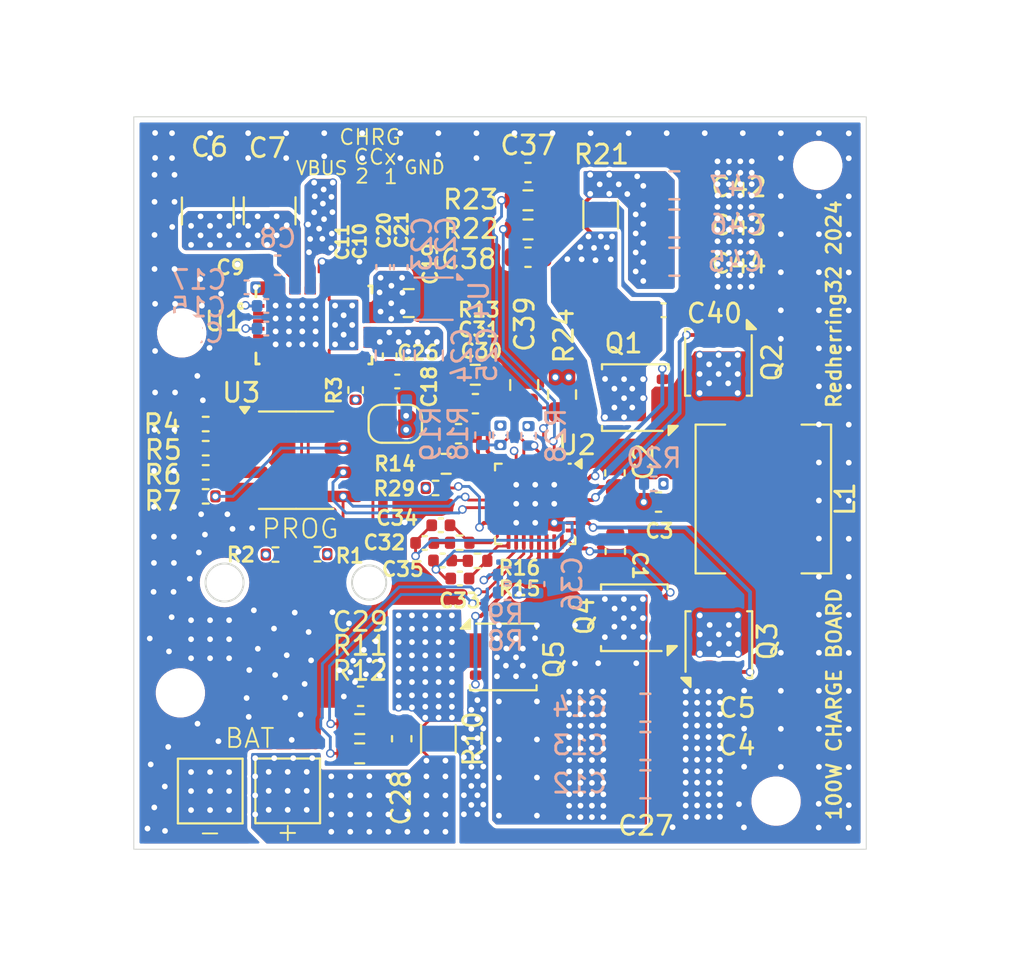
<source format=kicad_pcb>
(kicad_pcb (version 20240706) (generator "pcbnew") (generator_version "8.99")
  (layers (0 "F.Cu" signal) (1 "In1.Cu" signal) (2 "In2.Cu" signal) (31 "B.Cu" signal) (34 "B.Paste" user) (35 "F.Paste" user) (36 "B.SilkS" user "B.Silkscreen") (37 "F.SilkS" user "F.Silkscreen") (38 "B.Mask" user) (39 "F.Mask" user) (44 "Edge.Cuts" user) (50 "User.1" signal) (51 "User.2" signal) (52 "User.3" signal) (53 "User.4" signal) (54 "User.5" signal) (55 "User.6" signal) (56 "User.7" signal) (57 "User.8" signal) (58 "User.9" signal))
  (net 0 "")
  (net 1 "GND")
  (net 2 "Net-(Q2-D)")
  (net 3 "Net-(Q1-D)")
  (net 4 "/VBUS")
  (net 5 "Net-(Q1-G)")
  (net 6 "Net-(Q2-G)")
  (net 7 "Net-(Q3-D)")
  (net 8 "Net-(Q3-G)")
  (net 9 "Net-(Q4-G)")
  (net 10 "/VSYS")
  (net 11 "Net-(Q5-G)")
  (net 12 "Net-(C28-Pad2)")
  (net 13 "/CC1")
  (net 14 "/CC2")
  (net 15 "/PP5V")
  (net 16 "/LDO_3V3")
  (net 17 "/LDO_1V5")
  (net 18 "/SDA")
  (net 19 "/3V3")
  (net 20 "/PPHV")
  (net 21 "/SCL")
  (net 22 "Net-(U3-A0)")
  (net 23 "/EEPROM_3V3")
  (net 24 "/~{IRQ}")
  (net 25 "Net-(U3-A1)")
  (net 26 "Net-(U3-A2)")
  (net 27 "Net-(U3-WP)")
  (net 35 "/DRAIN")
  (net 40 "Net-(U2-BTST1)")
  (net 41 "Net-(U2-IADPT)")
  (net 42 "Net-(U2-PSYS)")
  (net 43 "Net-(U2-PROCHOT_N)")
  (net 44 "Net-(U2-CELL_BATPRES)")
  (net 45 "Net-(U2-IBAT)")
  (net 46 "Net-(U2-COMP1)")
  (net 47 "Net-(U2-BTST2)")
  (net 48 "Net-(U2-VBUS)")
  (net 49 "Net-(U2-ILIM_HIZ)")
  (net 50 "Net-(U2-COMP2)")
  (net 51 "Net-(BT1-+)")
  (net 52 "Net-(C32-Pad1)")
  (net 53 "Net-(C35-Pad1)")
  (net 54 "VDDA")
  (net 55 "/REGN")
  (net 56 "/CHRG_OK")
  (net 57 "/CMPOUT")
  (net 58 "/EN_OTG")
  (net 59 "/ACP")
  (net 60 "/ACN")
  (net 61 "/SRP")
  (net 62 "/SRN")
  (footprint "Capacitor_SMD:C_0603_1608Metric" (layer "F.Cu") (at 168.5 33.55)
    (property "Reference" "C37")
    (property "Value" "33nF")
  )
  (footprint "Resistor_SMD:R_0603_1608Metric" (layer "F.Cu") (at 164.2 48.86 180)
    (property "Reference" "R14")
    (property "Value" "30K")
  )
  (footprint "Capacitor_SMD:C_0805_2012Metric" (layer "F.Cu") (at 176.192626 34.22)
    (property "Reference" "C42")
    (property "Value" "10uF")
  )
  (footprint "Capacitor_SMD:C_1210_3225Metric" (layer "F.Cu") (at 154.92 35.562374 90)
    (property "Reference" "C7")
    (property "Value" "100uF")
  )
  (footprint "Resistor_SMD:R_0603_1608Metric" (layer "F.Cu") (at 159.652374 62.54 180)
    (property "Reference" "R11")
    (property "Value" "10R")
  )
  (footprint "Package_SON:VSON-8_3.3x3.3mm_P0.65mm_NexFET" (layer "F.Cu") (at 167.2 59)
    (property "Reference" "Q5")
    (property "Value" "CSD25402Q3A")
  )
  (footprint "Xbox-Charge:TPS25750D" (layer "F.Cu") (at 157.25 41.562375)
    (property "Reference" "U1")
    (property "Value" "TPS25750D")
  )
  (footprint "Capacitor_SMD:C_0603_1608Metric" (layer "F.Cu") (at 155.34 38.422374 180)
    (property "Reference" "C9")
    (property "Value" "10uF")
  )
  (footprint "Resistor_SMD:R_0402_1005Metric" (layer "F.Cu") (at 165.85 53.96 180)
    (property "Reference" "R15")
    (property "Value" "10K")
  )
  (footprint "Resistor_SMD:R_0402_1005Metric" (layer "F.Cu") (at 151.56 48.04 180)
    (property "Reference" "R5")
    (property "Value" "10K")
  )
  (footprint "Capacitor_SMD:C_0402_1005Metric" (layer "F.Cu") (at 161.81 38.522374 90)
    (property "Reference" "C21")
    (property "Value" "0.01uF")
  )
  (footprint "Capacitor_SMD:C_0603_1608Metric" (layer "F.Cu") (at 175.36 50.87)
    (property "Reference" "C3")
    (property "Value" "3.3uF")
  )
  (footprint "Xbox-Charge:PROG" (layer "F.Cu") (at 154.55 55.1)
    (property "Reference" "J1" (hide yes))
    (property "Value" "Conn_01x04_Pin")
    (fp_circle (center -2 0) (end -1 0) (stroke (width 0.1)) (fill none) (layer "Edge.Cuts"))
    (fp_circle (center 5.6 0) (end 6.5 0) (stroke (width 0.1)) (fill none) (layer "Edge.Cuts"))
  )
  (footprint "Capacitor_SMD:C_0201_0603Metric" (layer "F.Cu") (at 159.325 38.642374)
    (property "Reference" "C10")
    (property "Value" "330pF")
  )
  (footprint "Resistor_SMD:R_0402_1005Metric" (layer "F.Cu") (at 157.44 53.61)
    (property "Reference" "R1")
    (property "Value" "2.2K")
  )
  (footprint "Resistor_SMD:R_0402_1005Metric" (layer "F.Cu") (at 164.91 53.01 180)
    (property "Reference" "R16")
    (property "Value" "40.2K")
  )
  (footprint "Package_SON:VSON-8_3.3x3.3mm_P0.65mm_NexFET" (layer "F.Cu") (at 178.52 58.36 90)
    (property "Reference" "Q3")
    (property "Value" "CSD17551Q3A")
  )
  (footprint "Inductor_SMD:L_Chilisin_BMRx00060630" (layer "F.Cu") (at 180.87 50.71 -90)
    (property "Reference" "L1")
    (property "Value" "2.2uH")
  )
  (footprint "Package_SO:SOIC-8_3.9x4.9mm_P1.27mm" (layer "F.Cu") (at 156.31 48.67)
    (property "Reference" "U3")
    (property "Value" "CAT24C512")
  )
  (footprint "TestPoint:TestPoint_Pad_3.0x3.0mm" (layer "F.Cu") (at 155.87 66.05)
    (property "Reference" "TP2" (hide yes))
    (property "Value" "TestPoint")
  )
  (footprint "Capacitor_SMD:C_0201_0603Metric" (layer "F.Cu") (at 158 38.642374 180)
    (property "Reference" "C11")
    (property "Value" "330pF")
  )
  (footprint "Resistor_SMD:R_0603_1608Metric" (layer "F.Cu") (at 168.5 35.01 180)
    (property "Reference" "R23")
    (property "Value" "4.99R")
  )
  (footprint "TestPoint:TestPoint_Pad_3.0x3.0mm" (layer "F.Cu") (at 151.8 66.06)
    (property "Reference" "TP3" (hide yes))
    (property "Value" "TestPoint")
  )
  (footprint "MountingHole:MountingHole_2.2mm_M2" (layer "F.Cu") (at 181.54 66.59)
    (property "Reference" "REF**" (hide yes))
    (property "Value" "MountingHole_2.2mm_M2")
  )
  (footprint "Resistor_SMD:R_0402_1005Metric" (layer "F.Cu") (at 155.23 53.63 180)
    (property "Reference" "R2")
    (property "Value" "2.2K")
  )
  (footprint "Capacitor_SMD:C_0402_1005Metric" (layer "F.Cu") (at 164.01 53.94 180)
    (property "Reference" "C35")
    (property "Value" "680pF")
  )
  (footprint "Resistor_SMD:R_0603_1608Metric" (layer "F.Cu") (at 159.652374 64.08 180)
    (property "Reference" "R12")
    (property "Value" "10R")
  )
  (footprint "Package_SON:VSON-8_3.3x3.3mm_P0.65mm_NexFET" (layer "F.Cu") (at 174.09 56.96 180)
    (property "Reference" "Q4")
    (property "Value" "CSD17551Q3A")
  )
  (footprint "Package_DFN_QFN:Texas_RSN_WQFN-32-1EP_4x4mm_P0.4mm_EP2.8x2.8mm" (layer "F.Cu") (at 168.877752 50.965 -90)
    (property "Reference" "U2")
    (property "Value" "BQ25713RSNR")
  )
  (footprint "Capacitor_SMD:C_0805_2012Metric" (layer "F.Cu") (at 162.23 40.412374)
    (property "Reference" "C19")
    (property "Value" "4.7uF")
  )
  (footprint "MountingHole:MountingHole_2.2mm_M2" (layer "F.Cu") (at 150.3 41.98)
    (property "Reference" "REF**" (hide yes))
    (property "Value" "MountingHole_2.2mm_M2")
  )
  (footprint "Capacitor_SMD:C_0603_1608Metric" (layer "F.Cu") (at 168.5 38)
    (property "Reference" "C38")
    (property "Value" "33nF")
  )
  (footprint "Resistor_SMD:R_0402_1005Metric" (layer "F.Cu") (at 151.56 50.57 180)
    (property "Reference" "R7")
    (property "Value" "10K")
  )
  (footprint "MountingHole:MountingHole_2.2mm_M2" (layer "F.Cu") (at 183.73 33.18)
    (property "Reference" "REF**" (hide yes))
    (property "Value" "MountingHole_2.2mm_M2")
  )
  (footprint "Resistor_SMD:R_0603_1608Metric" (layer "F.Cu") (at 165.73 44.18 180)
    (property "Reference" "R13")
    (property "Value" "137K")
  )
  (footprint "Capacitor_SMD:C_0603_1608Metric" (layer "F.Cu") (at 164.85 47.28)
    (property "Reference" "C30")
    (property "Value" "100pF")
  )
  (footprint "Resistor_SMD:R_0603_1608Metric" (layer "F.Cu") (at 168.5 36.54 180)
    (property "Reference" "R22")
    (property "Value" "4.99R")
  )
  (footprint "Capacitor_SMD:C_0402_1005Metric" (layer "F.Cu") (at 161.23 43.162374 -90)
    (property "Reference" "C26")
    (property "Value" "0.1uF")
  )
  (footprint "Capacitor_SMD:C_0603_1608Metric" (layer "F.Cu") (at 173.09 53.46 90)
    (property "Reference" "C1")
    (property "Value" "47nF")
  )
  (footprint "Capacitor_SMD:C_1210_3225Metric" (layer "F.Cu") (at 151.67 35.572374 90)
    (property "Reference" "C6")
    (property "Value" "100uF")
  )
  (footprint "Capacitor_SMD:C_0805_2012Metric" (layer "F.Cu") (at 174.67 61.68)
    (property "Reference" "C5")
    (property "Value" "10uF")
  )
  (footprint "Capacitor_SMD:C_0402_1005Metric" (layer "F.Cu") (at 160.89 38.522374 90)
    (property "Reference" "C20")
    (property "Value" "0.01uF")
  )
  (footprint "MountingHole:MountingHole_2.2mm_M2" (layer "F.Cu") (at 150.23 60.9)
    (property "Reference" "REF**" (hide yes))
    (property "Value" "MountingHole_2.2mm_M2")
  )
  (footprint "Capacitor_SMD:C_0402_1005Metric" (layer "F.Cu") (at 161.63 44.532374)
    (property "Reference" "C18")
    (property "Value" "0.1uF")
  )
  (footprint "Capacitor_SMD:C_0805_2012Metric" (layer "F.Cu") (at 176.192626 38.24)
    (property "Reference" "C44")
    (property "Value" "10uF")
  )
  (footprint "Capacitor_SMD:C_0402_1005Metric" (layer "F.Cu") (at 164.92 54.89 180)
    (property "Reference" "C33")
    (property "Value" "15pF")
  )
  (footprint "Capacitor_SMD:C_0805_2012Metric" (layer "F.Cu") (at 174.67 63.69)
    (property "Reference" "C4")
    (property "Value" "10uF")
  )
  (footprint "Resistor_SMD:R_0805_2012Metric" (layer "F.Cu") (at 170.29 45.22 -90)
    (property "Reference" "R24")
    (property "Value" "1R")
  )
  (footprint "Package_SON:VSON-8_3.3x3.3mm_P0.65mm_NexFET" (layer "F.Cu") (at 178.52 43.53 -90)
    (property "Reference" "Q2")
    (property "Value" "CSD17551Q3A")
  )
  (footprint "Resistor_SMD:R_1206_3216Metric" (layer "F.Cu") (at 163.79 63.3175 -90)
    (property "Reference" "R10")
    (property "Value" "10m")
  )
  (footprint "Resistor_SMD:R_0402_1005Metric" (layer "F.Cu") (at 151.56 49.31 180)
    (property "Reference" "R6")
    (property "Value" "10K")
  )
  (footprint "Capacitor_SMD:C_0402_1005Metric" (layer "F.Cu") (at 163.07 53.02 180)
    (property "Reference" "C32")
    (property "Value" "1800pF")
  )
  (footprint "Capacitor_SMD:C_0402_1005Metric" (layer "F.Cu") (at 163.92 52.09 180)
    (property "Reference" "C34")
    (property "Value" "33pF")
  )
  (footprint "Capacitor_SMD:C_0603_1608Metric" (layer "F.Cu") (at 173.07 49.34 -90)
    (property "Reference" "C2")
    (property "Value" "47nF")
  )
  (footprint "Xbox-Charge:VBUS PADS" (layer "F.Cu") (at 160.39 34.882374)
    (property "Reference" "J2" (hide yes))
    (property "Value" "Conn_01x04_Pin")
  )
  (footprint "Capacitor_SMD:C_0603_1608Metric" (layer "F.Cu") (at 159.7 61.08)
    (property "Reference" "C29")
    (property "Value" "10uF")
  )
  (footprint "Package_SON:VSON-8_3.3x3.3mm_P0.65mm_NexFET" (layer "F.Cu") (at 174.14 45.39 180)
    (property "Reference" "Q1")
    (property "Value" "CSD17551Q3A")
  )
  (footprint "Capacitor_SMD:C_0402_1005Metric" (layer "F.Cu") (at 175.625 40.79)
    (property "Reference" "C40")
    (property "Value" "10nF")
  )
  (footprint "Resistor_SMD:R_0402_1005Metric" (layer "F.Cu") (at 159.44 44.982374 -90)
    (property "Reference" "R3")
    (property "Value" "10K")
  )
  (footprint "Capacitor_SMD:C_0805_2012Metric" (layer "F.Cu") (at 174.67 65.71)
    (property "Reference" "C27")
    (property "Value" "10uF")
  )
  (footprint "Resistor_SMD:R_0402_1005Metric" (layer "F.Cu") (at 163.64 50.13)
    (property "Reference" "R29")
    (property "Value" "10K")
  )
  (footprint "Capacitor_SMD:C_0603_1608Metric" (layer "F.Cu") (at 165.735 45.7 180)
    (property "Reference" "C31")
    (property "Value" "100pF")
  )
  (footprint "Resistor_SMD:R_0402_1005Metric" (layer "F.Cu") (at 151.56 46.77 180)
    (property "Reference" "R4")
    (property "Value" "10K")
  )
  (footprint "Resistor_SMD:R_1206_3216Metric" (layer "F.Cu") (at 172.32 35.76 -90)
    (property "Reference" "R21")
    (property "Value" "10m")
  )
  (footprint "Capacitor_SMD:C_0805_2012Metric" (layer "F.Cu") (at 176.192626 36.23)
    (property "Reference" "C43")
    (property "Value" "10uF")
  )
  (footprint "Capacitor_SMD:C_0805_2012Metric" (layer "F.Cu") (at 168.3 44.72 90)
    (property "Reference" "C39")
    (property "Value" "470nF")
  )
  (footprint "Jumper:SolderJumper-2_P1.3mm_Open_RoundedPad1.0x1.5mm" (layer "F.Cu") (at 161.525 46.755)
    (property "Reference" "JP1" (hide yes))
    (property "Value" "Jumper_2_Open")
  )
  (footprint "Capacitor_SMD:C_0603_1608Metric" (layer "F.Cu") (at 161.862374 63.31 90)
    (property "Reference" "C28")
    (property "Value" "0.1uF")
  )
  (footprint "Capacitor_SMD:C_0805_2012Metric" (layer "B.Cu") (at 174.67 63.7)
    (property "Reference" "C13")
    (property "Value" "10uF")
  )
  (footprint "Package_SON:WSON-6-1EP_2x2mm_P0.65mm_EP1x1.6mm" (layer "B.Cu") (at 163.54 40.182374 180)
    (property "Reference" "U4")
    (property "Value" "TVS2200DRV")
  )
  (footprint "Capacitor_SMD:C_0805_2012Metric" (layer "B.Cu") (at 161.23 43.162374 -90)
    (property "Reference" "C24")
    (property "Value" "22uF")
  )
  (footprint "Resistor_SMD:R_0402_1005Metric" (layer "B.Cu") (at 167.05 47.36 -90)
    (property "Reference" "R18")
    (property "Value" "383K")
  )
  (footprint "Capacitor_SMD:C_0805_2012Metric" (layer "B.Cu") (at 174.67 65.71)
    (property "Reference" "C12")
    (property "Value" "10uF")
  )
  (footprint "Resistor_SMD:R_0402_1005Metric" (layer "B.Cu") (at 168.53 47.39 -90)
    (property "Reference" "R28")
    (property "Value" "10K")
  )
  (footprint "Capacitor_SMD:C_0402_1005Metric" (layer "B.Cu") (at 169 55.18 90)
    (property "Reference" "C36")
    (property "Value" "1uF")
  )
  (footprint "Capacitor_SMD:C_0402_1005Metric" (layer "B.Cu") (at 161.81 38.522374 90)
    (property "Reference" "C22")
    (property "Value" "0.01uF")
  )
  (footprint "Capacitor_SMD:C_0805_2012Metric" (layer "B.Cu") (at 163.29 43.162374 -90)
    (property "Reference" "C25")
    (property "Value" "22uF")
  )
  (footprint "Capacitor_SMD:C_0805_2012Metric" (layer "B.Cu") (at 176.192626 36.23)
    (property "Reference" "C46")
    (property "Value" "10uF")
  )
  (footprint "Capacitor_SMD:C_0402_1005Metric" (layer "B.Cu") (at 153.71 39.582374 180)
    (property "Reference" "C17")
    (property "Value" "10uF")
  )
  (footprint "Resistor_SMD:R_0402_1005Metric" (layer "B.Cu") (at 175.11 49.91)
    (property "Reference" "R20")
    (property "Value" "10R")
  )
  (footprint "Resistor_SMD:R_0402_1005Metric" (layer "B.Cu") (at 166.11 47.36 90)
    (property "Reference" "R19")
    (property "Value" "220K")
  )
  (footprint "Capacitor_SMD:C_0805_2012Metric" (layer "B.Cu") (at 176.192626 38.24)
    (property "Reference" "C45")
    (property "Value" "10uF")
  )
  (footprint "Capacitor_SMD:C_0402_1005Metric" (layer "B.Cu") (at 154.74 41.752374)
    (property "Reference" "C16")
    (property "Value" "10uF")
  )
  (footprint "Resistor_SMD:R_0402_1005Metric" (layer "B.Cu") (at 167.43 55.63 180)
    (property "Reference" "R8")
    (property "Value" "750K")
  )
  (footprint "Resistor_SMD:R_0402_1005Metric" (layer "B.Cu") (at 167.43 54.69)
    (property "Reference" "R9")
    (property "Value" "250K")
  )
  (footprint "Capacitor_SMD:C_0402_1005Metric" (layer "B.Cu") (at 154.74 40.562374)
    (property "Reference" "C15")
    (property "Value" "10uF")
  )
  (footprint "Capacitor_SMD:C_0603_1608Metric" (layer "B.Cu") (at 155.34 38.422374 180)
    (property "Reference" "C8")
    (property "Value" "10uF")
  )
  (footprint "Capacitor_SMD:C_0402_1005Metric" (layer "B.Cu") (at 160.89 38.522374 90)
    (property "Reference" "C23")
    (property "Value" "0.01uF")
  )
  (footprint "Capacitor_SMD:C_0805_2012Metric" (layer "B.Cu") (at 176.192626 34.22)
    (property "Reference" "C47")
    (property "Value" "10uF")
  )
  (footprint "Capacitor_SMD:C_0805_2012Metric" (layer "B.Cu") (at 174.67 61.69)
    (property "Reference" "C14")
    (property "Value" "10uF")
  )
  (gr_rect (start 147.78 30.62) (end 186.28 69.12) (stroke (width 0.05)) (fill none) (layer "Edge.Cuts"))
  (gr_text "VBUS" (at 156.24 33.73 0) (layer "F.SilkS") (effects (font (size 0.7 0.7) (thickness 0.1)) (justify left bottom)))
  (gr_text "1" (at 160.87 34.21 0) (layer "F.SilkS") (effects (font (size 0.75 0.75) (thickness 0.1)) (justify left bottom)))
  (gr_text "+" (at 155.19 68.77 0) (layer "F.SilkS") (effects (font (size 1 1) (thickness 0.1)) (justify left bottom)))
  (gr_text "BAT " (at 152.5 63.87 0) (layer "F.SilkS") (effects (font (size 1 1) (thickness 0.1)) (justify left bottom)))
  (gr_text "CCx" (at 159.27 33.2 0) (layer "F.SilkS") (effects (font (size 0.8 0.8) (thickness 0.1)) (justify left bottom)))
  (gr_text "-" (at 152.47 67.78 180) (layer "F.SilkS") (effects (font (size 1 1) (thickness 0.1)) (justify left bottom)))
  (gr_text "CHRG" (at 158.51 32.16 0) (layer "F.SilkS") (effects (font (size 0.8 0.8) (thickness 0.1)) (justify left bottom)))
  (gr_text "100W CHARGE BOARD\n" (at 185.03 67.67 90) (layer "F.SilkS") (effects (font (size 0.75 0.75) (thickness 0.14) (bold yes)) (justify left bottom)))
  (gr_text "GND" (at 161.93 33.69 0) (layer "F.SilkS") (effects (font (size 0.7 0.7) (thickness 0.1)) (justify left bottom)))
  (gr_text "2" (at 159.36 34.18 0) (layer "F.SilkS") (effects (font (size 0.75 0.75) (thickness 0.1)) (justify left bottom)))
  (gr_text "Redherring32 2024" (at 185.02 46.01 90) (layer "F.SilkS") (effects (font (size 0.75 0.75) (thickness 0.14) (bold yes)) (justify left bottom)))
  (gr_text "PROG" (at 154.44 52.86 0) (layer "F.SilkS") (effects (font (size 1 1) (thickness 0.1)) (justify left bottom)))
  (segment (start 157.649999 43.462374) (end 157.649999 42.897373) (width 0.15) (layer "F.Cu") (net 1))
  (segment (start 175.36 51.645) (end 174.136304 51.645) (width 0.2) (layer "F.Cu") (net 1))
  (segment (start 176.135 50.87) (end 175.36 51.645) (width 0.2) (layer "F.Cu") (net 1))
  (segment (start 157.649999 39.662376) (end 157.649999 40.227377) (width 0.15) (layer "F.Cu") (net 1))
  (segment (start 163.53 54.25) (end 163.53 53.94) (width 0.15) (layer "F.Cu") (net 1))
  (segment (start 162.59 53.02) (end 162.59 53.71) (width 0.15) (layer "F.Cu") (net 1))
  (segment (start 169.477752 51.565) (end 168.877752 50.965) (width 0.2) (layer "F.Cu") (net 1))
  (segment (start 162.59 52.94) (end 162.59 53.02) (width 0.15) (layer "F.Cu") (net 1))
  (segment (start 170.865252 51.565) (end 169.477752 51.565) (width 0.2) (layer "F.Cu") (net 1))
  (segment (start 164.44 54.89) (end 164.17 54.89) (width 0.15) (layer "F.Cu") (net 1))
  (segment (start 163.44 52.09) (end 162.59 52.94) (width 0.15) (layer "F.Cu") (net 1))
  (segment (start 174.056304 51.565) (end 170.865252 51.565) (width 0.2) (layer "F.Cu") (net 1))
  (segment (start 157.649999 42.897373) (end 157.335001 42.582375) (width 0.15) (layer "F.Cu") (net 1))
  (segment (start 174.136304 51.645) (end 174.056304 51.565) (width 0.2) (layer "F.Cu") (net 1))
  (segment (start 157.649999 40.227377) (end 157.335001 40.542375) (width 0.15) (layer "F.Cu") (net 1))
  (segment (start 164.17 54.89) (end 163.53 54.25) (width 0.15) (layer "F.Cu") (net 1))
  (via (at 180.26 34.76) (size 0.45) (drill 0.3) (layers "F.Cu" "B.Cu") (net 1))
  (via (at 149.92 47.07) (size 0.45) (drill 0.3) (layers "F.Cu" "B.Cu") (net 1))
  (via (at 185.35 67.99) (size 0.45) (drill 0.3) (layers "F.Cu" "B.Cu") (net 1))
  (via (at 169.79 31.48) (size 0.45) (drill 0.3) (layers "F.Cu" "B.Cu") (net 1))
  (via (at 167.88 51.96) (size 0.45) (drill 0.3) (layers "F.Cu" "B.Cu") (net 1))
  (via (at 176.79 63.82) (size 0.45) (drill 0.3) (layers "F.Cu" "B.Cu") (net 1))
  (via (at 149.420923 68.154983) (size 0.45) (drill 0.3) (layers "F.Cu" "B.Cu") (net 1))
  (via (at 149.89 54.07) (size 0.45) (drill 0.3) (layers "F.Cu" "B.Cu") (net 1))
  (via (at 157.68 38.24) (size 0.45) (drill 0.3) (layers "F.Cu" "B.Cu") (net 1))
  (via (at 181.79 34.79) (size 0.45) (drill 0.3) (layers "F.Cu" "B.Cu") (net 1))
  (via (at 149.59 63.74) (size 0.45) (drill 0.3) (layers "F.Cu" "B.Cu") (net 1))
  (via (at 178.59 67.42) (size 0.45) (drill 0.3) (layers "F.Cu" "B.Cu") (net 1))
  (via (at 181.79 62.79) (size 0.45) (drill 0.3) (layers "F.Cu" "B.Cu") (net 1))
  (via (at 151.79 32.79) (size 0.45) (drill 0.3) (layers "F.Cu" "B.Cu") (net 1))
  (via (at 177.39 66.82) (size 0.45) (drill 0.3) (layers "F.Cu" "B.Cu") (net 1))
  (via (at 149.95 40.45) (size 0.45) (drill 0.3) (layers "F.Cu" "B.Cu") (net 1))
  (via (at 151.79 58.08) (size 0.45) (drill 0.3) (layers "F.Cu" "B.Cu") (net 1))
  (via (at 179.06 33.56) (size 0.45) (drill 0.3) (layers "F.Cu" "B.Cu") (net 1))
  (via (at 177.39 60.82) (size 0.45) (drill 0.3) (layers "F.Cu" "B.Cu") (net 1))
  (via (at 165.84 64.28) (size 0.45) (drill 0.3) (layers "F.Cu" "B.Cu") (net 1))
  (via (at 149.92 33.67) (size 0.45) (drill 0.3) (layers "F.Cu" "B.Cu") (net 1))
  (via (at 166.15 61.77) (size 0.45) (drill 0.3) (layers "F.Cu" "B.Cu") (net 1))
  (via (at 179.06 36.56) (size 0.45) (drill 0.3) (layers "F.Cu" "B.Cu") (net 1))
  (via (at 178.59 63.22) (size 0.45) (drill 0.3) (layers "F.Cu" "B.Cu") (net 1))
  (via (at 178.46 37.16) (size 0.45) (drill 0.3) (layers "F.Cu" "B.Cu") (net 1))
  (via (at 152.79 65.06) (size 0.45) (drill 0.3) (layers "F.Cu" "B.Cu") (net 1))
  (via (at 159.16 59.81) (size 0.45) (drill 0.3) (layers "F.Cu" "B.Cu") (net 1))
  (via (at 150.79 67.06) (size 0.45) (drill 0.3) (layers "F.Cu" "B.Cu") (net 1))
  (via (at 185.36 66.8) (size 0.45) (drill 0.3) (layers "F.Cu" "B.Cu") (net 1))
  (via (at 148.84 52.69) (size 0.45) (drill 0.3) (layers "F.Cu" "B.Cu") (net 1))
  (via (at 177.39 63.22) (size 0.45) (drill 0.3) (layers "F.Cu" "B.Cu") (net 1))
  (via (at 154 52.24) (size 0.45) (drill 0.3) (layers "F.Cu" "B.Cu") (net 1))
  (via (at 163.66 54.41) (size 0.45) (drill 0.3) (layers "F.Cu" "B.Cu") (net 1))
  (via (at 165.84 61.28) (size 0.45) (drill 0.3) (layers "F.Cu" "B.Cu") (net 1))
  (via (at 160.92 57.49) (size 0.45) (drill 0.3) (layers "F.Cu" "B.Cu") (net 1))
  (via (at 160.15 59.18) (size 0.45) (drill 0.3) (layers "F.Cu" "B.Cu") (net 1))
  (via (at 179.06 32.96) (size 0.45) (drill 0.3) (layers "F.Cu" "B.Cu") (net 1))
  (via (at 168.88 51.96) (size 0.45) (drill 0.3) (layers "F.Cu" "B.Cu") (net 1))
  (via (at 178.59 66.22) (size 0.45) (drill 0.3) (layers "F.Cu" "B.Cu") (net 1))
  (via (at 161.79 31.48) (size 0.45) (drill 0.3) (layers "F.Cu" "B.Cu") (net 1))
  (via (at 159.31 59.21) (size 0.45) (drill 0.3) (layers "F.Cu" "B.Cu") (net 1))
  (via (at 183.79 42.79) (size 0.45) (drill 0.3) (layers "F.Cu" "B.Cu") (net 1))
  (via (at 152.79 66.06) (size 0.45) (drill 0.3) (layers "F.Cu" "B.Cu") (net 1))
  (via (at 149.89 52.69) (size 0.45) (drill 0.3) (layers "F.Cu" "B.Cu") (net 1))
  (via (at 151.13 62.52) (size 0.45) (drill 0.3) (layers "F.Cu" "B.Cu") (net 1))
  (via (at 148.9 31.47) (size 0.45) (drill 0.3) (layers "F.Cu" "B.Cu") (net 1))
  (via (at 152.23 63.44) (size 0.45) (drill 0.3) (layers "F.Cu" "B.Cu") (net 1))
  (via (at 179.66 38.96) (size 0.45) (drill 0.3) (layers "F.Cu" "B.Cu") (net 1))
  (via (at 181.79 64.79) (size 0.45) (drill 0.3) (layers "F.Cu" "B.Cu") (net 1))
  (via (at 181.79 36.79) (size 0.45) (drill 0.3) (layers "F.Cu" "B.Cu") (net 1))
  (via (at 179.66 34.16) (size 0.45) (drill 0.3) (layers "F.Cu" "B.Cu") (net 1))
  (via (at 151.36 40.55) (size 0.45) (drill 0.3) (layers "F.Cu" "B.Cu") (net 1))
  (via (at 176.79 67.42) (size 0.45) (drill 0.3) (layers "F.Cu" "B.Cu") (net 1))
  (via (at 148.9 40.45) (size 0.45) (drill 0.3) (layers "F.Cu" "B.Cu") (net 1))
  (via (at 183.79 31.48) (size 0.45) (drill 0.3) (layers "F.Cu" "B.Cu") (net 1))
  (via (at 183.79 64.79) (size 0.45) (drill 0.3) (layers "F.Cu" "B.Cu") (net 1))
  (via (at 148.5 68.03) (size 0.45) (drill 0.3) (layers "F.Cu" "B.Cu") (net 1))
  (via (at 179.66 36.56) (size 0.45) (drill 0.3) (layers "F.Cu" "B.Cu") (net 1))
  (via (at 177.99 65.02) (size 0.45) (drill 0.3) (layers "F.Cu" "B.Cu") (net 1))
  (via (at 158.22 56.66) (size 0.45) (drill 0.3) (layers "F.Cu" "B.Cu") (net 1))
  (via (at 180.26 35.36) (size 0.45) (drill 0.3) (layers "F.Cu" "B.Cu") (net 1))
  (via (at 148.84 51.12) (size 0.45) (drill 0.3) (layers "F.Cu" "B.Cu") (net 1))
  (via (at 179.06 37.16) (size 0.45) (drill 0.3) (layers "F.Cu" "B.Cu") (net 1))
  (via (at 181.79 38.79) (size 0.45) (drill 0.3) (layers "F.Cu" "B.Cu") (net 1))
  (via (at 178.46 36.56) (size 0.45) (drill 0.3) (layers "F.Cu" "B.Cu") (net 1))
  (via (at 183.79 44.79) (size 0.45) (drill 0.3) (layers "F.Cu" "B.Cu") (net 1))
  (via (at 148.857478 66.920768) (size 0.45) (drill 0.3) (layers "F.Cu" "B.Cu") (net 1))
  (via (at 179.06 39.56) (size 0.45) (drill 0.3) (layers "F.Cu" "B.Cu") (net 1))
  (via (at 180.26 34.16) (size 0.45) (drill 0.3) (layers "F.Cu" "B.Cu") (net 1))
  (via (at 157.79 31.48) (size 0.45) (drill 0.3) (layers "F.Cu" "B.Cu") (net 1))
  (via (at 177.99 66.82) (size 0.45) (drill 0.3) (layers "F.Cu" "B.Cu") (net 1))
  (via (at 177.39 65.62) (size 0.45) (drill 0.3) (layers "F.Cu" "B.Cu") (net 1))
  (via (at 185.36 48.8) (size 0.45) (drill 0.3) (layers "F.Cu" "B.Cu") (net 1))
  (via (at 150.72 54.9) (size 0.45) (drill 0.3) (layers "F.Cu" "B.Cu") (net 1))
  (via (at 150.79 66.06) (size 0.45) (drill 0.3) (layers "F.Cu" "B.Cu") (net 1))
  (via (at 177.79 31.48) (size 0.45) (drill 0.3) (layers "F.Cu" "B.Cu") (net 1))
  (via (at 159.79 31.48) (size 0.45) (drill 0.3) (layers "F.Cu" "B.Cu") (net 1))
  (via (at 176.79 60.82) (size 0.45) (drill 0.3) (layers "F.Cu" "B.Cu") (net 1))
  (via (at 181.79 40.79) (size 0.45) (drill 0.3) (layers "F.Cu" "B.Cu") (net 1))
  (via (at 185.36 60.8) (size 0.45) (drill 0.3) (layers "F.Cu" "B.Cu") (net 1))
  (via (at 156.08 63.37) (size 0.45) (drill 0.3) (layers "F.Cu" "B.Cu") (net 1))
  (via (at 151.12 44.24) (size 0.45) (drill 0.3) (layers "F.Cu" "B.Cu") (net 1))
  (via (at 178.59 63.82) (size 0.45) (drill 0.3) (layers "F.Cu" "B.Cu") (net 1))
  (via (at 151.79 66.06) (size 0.45) (drill 0.3) (layers "F.Cu" "B.Cu") (net 1))
  (via (at 185.36 36.8) (size 0.45) (drill 0.3) (layers "F.Cu" "B.Cu") (net 1))
  (via (at 183.79 46.79) (size 0.45) (drill 0.3) (layers "F.Cu" "B.Cu") (net 1))
  (via (at 166.15 64.77) (size 0.45) (drill 0.3) (layers "F.Cu" "B.Cu") (net 1))
  (via (at 149.79 32.79) (size 0.45) (drill 0.3) (layers "F.Cu" "B.Cu") (net 1))
  (via (at 180.26 35.96) (size 0.45) (drill 0.3) (layers "F.Cu" "B.Cu") (net 1))
  (via (at 152.7 51.51) (size 0.45) (drill 0.3) (layers "F.Cu" "B.Cu") (net 1))
  (via (at 183.79 48.79) (size 0.45) (drill 0.3) (layers "F.Cu" "B.Cu") (net 1))
  (via (at 148.87 35.09) (size 0.45) (drill 0.3) (layers "F.Cu" "B.Cu") (net 1))
  (via (at 168.88 50.96) (size 0.45) (drill 0.3) (layers "F.Cu" "B.Cu") (net 1))
  (via (at 148.9 42.93) (size 0.45) (drill 0.3) (layers "F.Cu" "B.Cu") (net 1))
  (via (at 176.79 66.22) (size 0.45) (drill 0.3) (layers "F.Cu" "B.Cu") (net 1))
  (via (at 176.79 62.02) (size 0.45) (drill 0.3) (layers "F.Cu" "B.Cu") (net 1))
  (via (at 150.79 65.06) (size 0.45) (drill 0.3) (layers "F.Cu" "B.Cu") (net 1))
  (via (at 179.66 33.56) (size 0.45) (drill 0.3) (layers "F.Cu" "B.Cu") (net 1))
  (via (at 185.36 56.8) (size 0.45) (drill 0.3) (layers "F.Cu" "B.Cu") (net 1))
  (via (at 185.36 64.8) (size 0.45) (drill 0.3) (layers "F.Cu" "B.Cu") (net 1))
  (via (at 166.15 63.77) (size 0.45) (drill 0.3) (layers "F.Cu" "B.Cu") (net 1))
  (via (at 179.06 35.36) (size 0.45) (drill 0.3) (layers "F.Cu" "B.Cu") (net 1))
  (via (at 178.46 35.96) (size 0.45) (drill 0.3) (layers "F.Cu" "B.Cu") (net 1))
  (via (at 178.59 62.02) (size 0.45) (drill 0.3) (layers "F.Cu" "B.Cu") (net 1))
  (via (at 154.3 58.58) (size 0.45) (drill 0.3) (layers "F.Cu" "B.Cu") (net 1))
  (via (at 177.99 61.42) (size 0.45) (drill 0.3) (layers "F.Cu" "B.Cu") (net 1))
  (via (at 148.87 38.62) (size 0.45) (drill 0.3) (layers "F.Cu" "B.Cu") (net 1))
  (via (at 177.99 62.02) (size 0.45) (drill 0.3) (layers "F.Cu" "B.Cu") (net 1))
  (via (at 159.87 58.64) (size 0.45) (drill 0.3) (layers "F.Cu" "B.Cu") (net 1))
  (via (at 148.84 54.07) (size 0.45) (drill 0.3) (layers "F.Cu" "B.Cu") (net 1))
  (via (at 179.66 38.36) (size 0.45) (drill 0.3) (layers "F.Cu" "B.Cu") (net 1))
  (via (at 149.89 49.23) (size 0.45) (drill 0.3) (layers "F.Cu" "B.Cu") (net 1))
  (via (at 180.26 38.36) (size 0.45) (drill 0.3) (layers "F.Cu" "B.Cu") (net 1))
  (via (at 167.79 31.48) (size 0.45) (drill 0.3) (layers "F.Cu" "B.Cu") (net 1))
  (via (at 149.87 55.59) (size 0.45) (drill 0.3) (layers "F.Cu" "B.Cu") (net 1))
  (via (at 185.36 31.49) (size 0.45) (drill 0.3) (layers "F.Cu" "B.Cu") (net 1))
  (via (at 179.06 38.96) (size 0.45) (drill 0.3) (layers "F.Cu" "B.Cu") (net 1))
  (via (at 177.39 65.02) (size 0.45) (drill 0.3) (layers "F.Cu" "B.Cu") (net 1))
  (via (at 148.87 47.07) (size 0.45) (drill 0.3) (layers "F.Cu" "B.Cu") (net 1))
  (via (at 149.77 56.92) (size 0.45) (drill 0.3) (layers "F.Cu" "B.Cu") (net 1))
  (via (at 178.59 62.62) (size 0.45) (drill 0.3) (layers "F.Cu" "B.Cu") (net 1))
  (via (at 177.99 67.42) (size 0.45) (drill 0.3) (layers "F.Cu" "B.Cu") (net 1))
  (via (at 156.55 62.04) (size 0.45) (drill 0.3) (layers "F.Cu" "B.Cu") (net 1))
  (via (at 185.36 40.8) (size 0.45) (drill 0.3) (layers "F.Cu" "B.Cu") (net 1))
  (via (at 148.62 58.04) (size 0.45) (drill 0.3) (layers "F.Cu" "B.Cu") (net 1))
  (via (at 181.79 60.79) (size 0.45) (drill 0.3) (layers "F.Cu" "B.Cu") (net 1))
  (via (at 180.26 38.96) (size 0.45) (drill 0.3) (layers "F.Cu" "B.Cu") (net 1))
  (via (at 179.66 32.96) (size 0.45) (drill 0.3) (layers "F.Cu" "B.Cu") (net 1))
  (via (at 148.67 64.66) (size 0.45) (drill 0.3) (layers "F.Cu" "B.Cu") (net 1))
  (via (at 165.84 66.28) (size 0.45) (drill 0.3) (layers "F.Cu" "B.Cu") (net 1))
  (via (at 185.36 46.8) (size 0.45) (drill 0.3) (layers "F.Cu" "B.Cu") (net 1))
  (via (at 150.79 57.08) (size 0.45) (drill 0.3) (layers "F.Cu" "B.Cu") (net 1))
  (via (at 180.26 37.16) (size 0.45) (drill 0.3) (layers "F.Cu" "B.Cu") (net 1))
  (via (at 153.82 62.16) (size 0.45) (drill 0.3) (layers "F.Cu" "B.Cu") (net 1))
  (via (at 178.46 38.36) (size 0.45) (drill 0.3) (layers "F.Cu" "B.Cu") (net 1))
  (via (at 183.79 62.79) (size 0.45) (drill 0.3) (layers "F.Cu" "B.Cu") (net 1))
  (via (at 178.46 37.76) (size 0.45) (drill 0.3) (layers "F.Cu" "B.Cu") (net 1))
  (via (at 180.26 33.56) (size 0.45) (drill 0.3) (layers "F.Cu" "B.Cu") (net 1))
  (via (at 183.79 56.79) (size 0.45) (drill 0.3) (layers "F.Cu" "B.Cu") (net 1))
  (via (at 178.46 38.96) (size 0.45) (drill 0.3) (layers "F.Cu" "B.Cu") (net 1))
  (via (at 178.59 65.02) (size 0.45) (drill 0.3) (layers "F.Cu" "B.Cu") (net 1))
  (via (at 153.79 32.79) (size 0.45) (drill 0.3) (layers "F.Cu" "B.Cu") (net 1))
  (via (at 168.88 49.96) (size 0.45) (drill 0.3) (layers "F.Cu" "B.Cu") (net 1))
  (via (at 153.85 59.7) (size 0.45) (drill 0.3) (layers "F.Cu" "B.Cu") (net 1))
  (via (at 163.78 32.61) (size 0.45) (drill 0.3) (layers "F.Cu" "B.Cu") (net 1))
  (via (at 159.98 59.92) (size 0.45) (drill 0.3) (layers "F.Cu" "B.Cu") (net 1))
  (via (at 180.26 39.56) (size 0.45) (drill 0.3) (layers "F.Cu" "B.Cu") (net 1))
  (via (at 165.52 61.79) (size 0.45) (drill 0.3) (layers "F.Cu" "B.Cu") (net 1))
  (via (at 149.41 65.82) (size 0.45) (drill 0.3) (layers "F.Cu" "B.Cu") (net 1))
  (via (at 178.59 65.62) (size 0.45) (drill 0.3) (layers "F.Cu" "B.Cu") (net 1))
  (via (at 178.59 66.82) (size 0.45) (drill 0.3) (layers "F.Cu" "B.Cu") (net 1))
  (via (at 173.79 31.48) (size 0.45) (drill 0.3) (layers "F.Cu" "B.Cu") (net 1))
  (via (at 152.37 39.92) (size 0.45) (drill 0.3) (layers "F.Cu" "B.Cu") (net 1))
  (via (at 165.84 62.28) (size 0.45) (drill 0.3) (layers "F.Cu" "B.Cu") (net 1))
  (via (at 183.79 38.79) (size 0.45) (drill 0.3) (layers "F.Cu" "B.Cu") (net 1))
  (via (at 177.99 66.22) (size 0.45) (drill 0.3) (layers "F.Cu" "B.Cu") (net 1))
  (via (at 148.87 36.83) (size 0.45) (drill 0.3) (layers "F.Cu" "B.Cu") (net 1))
  (via (at 152.79 59.08) (size 0.45) (drill 0.3) (layers "F.Cu" "B.Cu") (net 1))
  (via (at 165.84 65.28) (size 0.45) (drill 0.3) (layers "F.Cu" "B.Cu") (net 1))
  (via (at 154.09 56.56) (size 0.45) (drill 0.3) (layers "F.Cu" "B.Cu") (net 1))
  (via (at 179.86 60.78) (size 0.45) (drill 0.3) (layers "F.Cu" "B.Cu") (net 1))
  (via (at 179.66 37.76) (size 0.45) (drill 0.3) (layers "F.Cu" "B.Cu") (net 1))
  (via (at 179.66 34.76) (size 0.45) (drill 0.3) (layers "F.Cu" "B.Cu") (net 1))
  (via (at 153.23 38.38) (size 0.45) (drill 0.3) (layers "F.Cu" "B.Cu") (net 1))
  (via (at 185.36 32.8) (size 0.45) (drill 0.3) (layers "F.Cu" "B.Cu") (net 1))
  (via (at 177.99 65.62) (size 0.45) (drill 0.3) (layers "F.Cu" "B.Cu") (net 1))
  (via (at 166.15 65.77) (size 0.45) (drill 0.3) (layers "F.Cu" "B.Cu") (net 1))
  (via (at 153.79 31.48) (size 0.45) (drill 0.3) (layers "F.Cu" "B.Cu") (net 1))
  (via (at 165.13 63.28) (size 0.45) (drill 0.3) (layers "F.Cu" "B.Cu") (net 1))
  (via (at 165.52 65.79) (size 0.45) (drill 0.3) (layers "F.Cu" "B.Cu") (net 1))
  (via (at 149.95 45.11) (size 0.45) (drill 0.3) (layers "F.Cu" "B.Cu") (net 1))
  (via (at 176.79 63.22) (size 0.45) (drill 0.3) (layers "F.Cu" "B.Cu") (net 1))
  (via (at 151.79 65.06) (size 0.45) (drill 0.3) (layers "F.Cu" "B.Cu") (net 1))
  (via (at 176.1 67.96) (size 0.45) (drill 0.3) (layers "F.Cu" "B.Cu") (net 1))
  (via (at 149.8 36.41) (size 0.45) (drill 0.3) (layers "F.Cu" "B.Cu") (net 1))
  (via (at 185.36 42.8) (size 0.45) (drill 0.3) (layers "F.Cu" "B.Cu") (net 1))
  (via (at 169.88 51.96) (size 0.45) (drill 0.3) (layers "F.Cu" "B.Cu") (net 1))
  (via (at 180.26 32.96) (size 0.45) (drill 0.3) (layers "F.Cu" "B.Cu") (net 1))
  (via (at 151.79 57.08) (size 0.45) (drill 0.3) (layers "F.Cu" "B.Cu") (net 1))
  (via (at 185.36 44.8) (size 0.45) (drill 0.3) (layers "F.Cu" "B.Cu") (net 1))
  (via (at 155.79 31.48) (size 0.45) (drill 0.3) (layers "F.Cu" "B.Cu") (net 1))
  (via (at 169.88 50.96) (size 0.45) (drill 0.3) (layers "F.Cu" "B.Cu") (net 1))
  (via (at 148.9 45.11) (size 0.45) (drill 0.3) (layers "F.Cu" "B.Cu") (net 1))
  (via (at 178.46 32.96) (size 0.45) (drill 0.3) (layers "F.Cu" "B.Cu") (net 1))
  (via (at 178.46 34.76) (size 0.45) (drill 0.3) (layers "F.Cu" "B.Cu") (net 1))
  (via (at 179.06 35.96) (size 0.45) (drill 0.3) (layers "F.Cu" "B.Cu") (net 1))
  (via (at 178.46 39.56) (size 0.45) (drill 0.3) (layers "F.Cu" "B.Cu") (net 1))
  (via (at 153.28 53.48) (size 0.45) (drill 0.3) (layers "F.Cu" "B.Cu") (net 1))
  (via (at 185.36 38.8) (size 0.45) (drill 0.3) (layers "F.Cu" "B.Cu") (net 1))
  (via (at 176.79 61.42) (size 0.45) (drill 0.3) (layers "F.Cu" "B.Cu") (net 1))
  (via (at 155.79 32.79) (size 0.45) (drill 0.3) (layers "F.Cu" "B.Cu") (net 1))
  (via (at 156.76 60.43) (size 0.45) (drill 0.3) (layers "F.Cu" "B.Cu") (net 1))
  (via (at 179.66 39.56) (size 0.45) (drill 0.3) (layers "F.Cu" "B.Cu") (net 1))
  (via (at 178.59 64.42) (size 0.45) (drill 0.3) (layers "F.Cu" "B.Cu") (net 1))
  (via (at 149.92 38.62) (size 0.45) (drill 0.3) (layers "F.Cu" "B.Cu") (net 1))
  (via (at 150.79 59.08) (size 0.45) (drill 0.3) (layers "F.Cu" "B.Cu") (net 1))
  (via (at 151.32 51.51) (size 0.45) (drill 0.3) (layers "F.Cu" "B.Cu") (net 1))
  (via (at 178.46 35.36) (size 0.45) (drill 0.3) (layers "F.Cu" "B.Cu") (net 1))
  (via (at 183.78 66.73) (size 0.45) (drill 0.3) (layers "F.Cu" "B.Cu") (net 1))
  (via (at 148.9 32.78) (size 0.45) (drill 0.3) (layers "F.Cu" "B.Cu") (net 1))
  (via (at 156.97 57.7) (size 0.45) (drill 0.3) (layers "F.Cu" "B.Cu") (net 1))
  (via (at 177.99 62.62) (size 0.45) (drill 0.3) (layers "F.Cu" "B.Cu") (net 1))
  (via (at 151.27 39.15) (size 0.45) (drill 0.3) (layers "F.Cu" "B.Cu") (net 1))
  (via (at 183.79 54.79) (size 0.45) (drill 0.3) (layers "F.Cu" "B.Cu") (net 1))
  (via (at 183.79 52.79) (size 0.45) (drill 0.3) (layers "F.Cu" "B.Cu") (net 1))
  (via (at 177.39 63.82) (size 0.45) (drill 0.3) (layers "F.Cu" "B.Cu") (net 1))
  (via (at 159.09 57.25) (size 0.45) (drill 0.3) (layers "F.Cu" "B.Cu") (net 1))
  (via (at 148.84 49.23) (size 0.45) (drill 0.3) (layers "F.Cu" "B.Cu") (net 1))
  (via (at 165.52 63.79) (size 0.45) (drill 0.3) (layers "F.Cu" "B.Cu") (net 1))
  (via (at 177.99 63.82) (size 0.45) (drill 0.3) (layers "F.Cu" "B.Cu") (net 1))
  (via (at 181.79 32.79) (size 0.45) (drill 0.3) (layers "F.Cu" "B.Cu") (net 1))
  (via (at 157.79 32.7) (size 0.45) (drill 0.3) (layers "F.Cu" "B.Cu") (net 1))
  (via (at 175.79 31.48) (size 0.45) (drill 0.3) (layers "F.Cu" "B.Cu") (net 1))
  (via (at 185.36 62.8) (size 0.45) (drill 0.3) (layers "F.Cu" "B.Cu") (net 1))
  (via (at 176.79 65.02) (size 0.45) (drill 0.3) (layers "F.Cu" "B.Cu") (net 1))
  (via (at 165.13 67.28) (size 0.45) (drill 0.3) (layers "F.Cu" "B.Cu") (net 1))
  (via (at 158.58 59.71) (size 0.45) (drill 0.3) (layers "F.Cu" "B.Cu") (net 1))
  (via (at 158.82 61.09) (size 0.45) (drill 0.3) (layers "F.Cu" "B.Cu") (net 1))
  (via (at 165.84 63.28) (size 0.45) (drill 0.3) (layers "F.Cu" "B.Cu") (net 1))
  (via (at 150.79 58.08) (size 0.45) (drill 0.3) (layers "F.Cu" "B.Cu") (net 1))
  (via (at 155.82 58.92) (size 0.45) (drill 0.3) (layers "F.Cu" "B.Cu") (net 1))
  (via (at 156.24 56.68) (size 0.45) (drill 0.3) (layers "F.Cu" "B.Cu") (net 1))
  (via (at 180.26 36.56) (size 0.45) (drill 0.3) (layers "F.Cu" "B.Cu") (net 1))
  (via (at 151.79 59.08) (size 0.45) (drill 0.3) (layers "F.Cu" "B.Cu") (net 1))
  (via (at 177.39 67.42) (size 0.45) (drill 0.3) (layers "F.Cu" "B.Cu") (net 1))
  (via (at 165.84 67.28) (size 0.45) (drill 0.3) (layers "F.Cu" "B.Cu") (net 1))
  (via (at 179.06 38.36) (size 0.45) (drill 0.3) (layers "F.Cu" "B.Cu") (net 1))
  (via (at 169.88 49.96) (size 0.45) (drill 0.3) (layers "F.Cu" "B.Cu") (net 1))
  (via (at 165.13 64.28) (size 0.45) (drill 0.3) (layers "F.Cu" "B.Cu") (net 1))
  (via (at 166.15 62.77) (size 0.45) (drill 0.3) (layers "F.Cu" "B.Cu") (net 1))
  (via (at 185.36 52.8) (size 0.45) (drill 0.3) (layers "F.Cu" "B.Cu") (net 1))
  (via (at 165.52 64.79) (size 0.45) (drill 0.3) (layers "F.Cu" "B.Cu") (net 1))
  (via (at 152.79 57.08) (size 0.45) (drill 0.3) (layers "F.Cu" "B.Cu") (net 1))
  (via (at 179.06 34.76) (size 0.45) (drill 0.3) (layers "F.Cu" "B.Cu") (net 1))
  (via (at 185.36 34.8) (size 0.45) (drill 0.3) (layers "F.Cu" "B.Cu") (net 1))
  (via (at 160.76 59.18) (size 0.45) (drill 0.3) (layers "F.Cu" "B.Cu") (net 1))
  (via (at 160.51 58.19) (size 0.45) (drill 0.3) (layers "F.Cu" "B.Cu") (net 1))
  (via (at 159.41 60.33) (size 0.45) (drill 0.3) (layers "F.Cu" "B.Cu") (net 1))
  (via (at 152.79 67.06) (size 0.45) (drill 0.3) (layers "F.Cu" "B.Cu") (net 1))
  (via (at 165.13 66.28) (size 0.45) (drill 0.3) (layers "F.Cu" "B.Cu") (net 1))
  (via (at 155.73 61.15) (size 0.45) (drill 0.3) (layers "F.Cu" "B.Cu") (net 1))
  (via (at 178.46 34.16) (size 0.45) (drill 0.3) (layers "F.Cu" "B.Cu") (net 1))
  (via (at 183.78 67.98) (size 0.45) (drill 0.3) (layers "F.Cu" "B.Cu") (net 1))
  (via (at 183.79 50.79) (size 0.45) (drill 0.3) (layers "F.Cu" "B.Cu") (net 1))
  (via (at 177.39 64.42) (size 0.45) (drill 0.3) (layers "F.Cu" "B.Cu") (net 1))
  (via (at 151.52 52.58) (size 0.45) (drill 0.3) (layers "F.Cu" "B.Cu") (net 1))
  (via (at 185.36 58.8) (size 0.45) (drill 0.3) (layers "F.Cu" "B.Cu") (net 1))
  (via (at 176.79 64.42) (size 0.45) (drill 0.3) (layers "F.Cu" "B.Cu") (net 1))
  (via (at 177.39 62.62) (size 0.45) (drill 0.3) (layers "F.Cu" "B.Cu") (net 1))
  (via (at 177.99 60.82) (size 0.45) (drill 0.3) (layers "F.Cu" "B.Cu") (net 1))
  (via (at 152.97 52.28) (size 0.45) (drill 0.3) (layers "F.Cu" "B.Cu") (net 1))
  (via (at 155.21 59.96) (size 0.45) (drill 0.3) (layers "F.Cu" "B.Cu") (net 1))
  (via (at 185.36 54.8) (size 0.45) (drill 0.3) (layers "F.Cu" "B.Cu") (net 1))
  (via (at 176.79 65.62) (size 0.45) (drill 0.3) (layers "F.Cu" "B.Cu") (net 1))
  (via (at 151.41 45.52) (size 0.45) (drill 0.3) (layers "F.Cu" "B.Cu") (net 1))
  (via (at 180.26 37.76) (size 0.45) (drill 0.3) (layers "F.Cu" "B.Cu") (net 1))
  (via (at 177.99 63.22) (size 0.45) (drill 0.3) (layers "F.Cu" "B.Cu") (net 1))
  (via (at 165.79 32.79) (size 0.45) (drill 0.3) (layers "F.Cu" "B.Cu") (net 1))
  (via (at 153.71 61.17) (size 0.45) (drill 0.3) (layers "F.Cu" "B.Cu") (net 1))
  (via (at 177.39 62.02) (size 0.45) (drill 0.3) (layers "F.Cu" "B.Cu") (net 1))
  (via (at 179.06 37.76) (size 0.45) (drill 0.3) (layers "F.Cu" "B.Cu") (net 1))
  (via (at 167.88 49.96) (size 0.45) (drill 0.3) (layers "F.Cu" "B.Cu") (net 1))
  (via (at 167.88 50.96) (size 0.45) (drill 0.3) (layers "F.Cu" "B.Cu") (net 1))
  (via (at 155.15 57.52) (size 0.45) (drill 0.3) (layers "F.Cu" "B.Cu") (net 1))
  (via (at 179.79 31.48) (size 0.45) (drill 0.3) (layers "F.Cu" "B.Cu") (net 1))
  (via (at 159.64 38.24) (size 0.45) (drill 0.3) (layers "F.Cu" "B.Cu") (net 1))
  (via (at 159.79 32.79) (size 0.45) (drill 0.3) (layers "F.Cu" "B.Cu") (net 1))
  (via (at 179.59 66.75) (size 0.45) (drill 0.3) (layers "F.Cu" "B.Cu") (net 1))
  (via (at 179.66 37.16) (size 0.45) (drill 0.3) (layers "F.Cu" "B.Cu") (net 1))
  (via (at 157.1 59.19) (size 0.45) (drill 0.3) (layers "F.Cu" "B.Cu") (net 1))
  (via (at 181.79 31.48) (size 0.45) (drill 0.3) (layers "F.Cu" "B.Cu") (net 1))
  (via (at 162.02 51.94) (size 0.45) (drill 0.3) (layers "F.Cu" "B.Cu") (net 1))
  (via (at 151.79 31.48) (size 0.45) (drill 0.3) (layers "F.Cu" "B.Cu") (net 1))
  (via (at 183.79 60.79) (size 0.45) (drill 0.3) (layers "F.Cu" "B.Cu") (net 1))
  (via (at 163.79 31.48) (size 0.45) (drill 0.3) (layers "F.Cu" "B.Cu") (net 1))
  (via (at 176.79 62.62) (size 0.45) (drill 0.3) (layers "F.Cu" "B.Cu") (net 1))
  (via (at 179.85 67.97) (size 0.45) (drill 0.3) (layers "F.Cu" "B.Cu") (net 1))
  (via (at 165.79 31.48) (size 0.45) (drill 0.3) (layers "F.Cu" "B.Cu") (net 1))
  (via (at 178.59 60.82) (size 0.45) (drill 0.3) (layers "F.Cu" "B.Cu") (net 1))
  (via (at 149.92 35.09) (size 0.45) (drill 0.3) (layers "F.Cu" "B.Cu") (net 1))
  (via (at 181.79 58.79) (size 0.45) (drill 0.3) (layers "F.Cu" "B.Cu") (net 1))
  (via (at 183.79 36.79) (size 0.45) (drill 0.3) (layers "F.Cu" "B.Cu") (net 1))
  (via (at 151.2 53.52) (size 0.45) (drill 0.3) (layers "F.Cu" "B.Cu") (net 1))
  (via (at 183.79 58.79) (size 0.45) (drill 0.3) (layers "F.Cu" "B.Cu") (net 1))
  (via (at 177.39 66.22) (size 0.45) (drill 0.3) (layers "F.Cu" "B.Cu") (net 1))
  (via (at 151.76 42.77) (size 0.45) (drill 0.3) (layers "F.Cu" "B.Cu") (net 1))
  (via (at 176.79 66.82) (size 0.45) (drill 0.3) (layers "F.Cu" "B.Cu") (net 1))
  (via (at 148.87 33.67) (size 0.45) (drill 0.3) (layers "F.Cu" "B.Cu") (net 1))
  (via (at 165.52 62.79) (size 0.45) (drill 0.3) (layers "F.Cu" "B.Cu") (net 1))
  (via (at 161.79 32.79) (size 0.45) (drill 0.3) (layers "F.Cu" "B.Cu") (net 1))
  (via (at 160.71 59.99) (size 0.45) (drill 0.3) (layers "F.Cu" "B.Cu") (net 1))
  (via (at 177.99 64.42) (size 0.45) (drill 0.3) (layers "F.Cu" "B.Cu") (net 1))
  (via (at 181.79 42.29) (size 0.45) (drill 0.3) (layers "F.Cu" "B.Cu") (net 1))
  (via (at 152.79 58.08) (size 0.45) (drill 0.3) (layers "F.Cu" "B.Cu") (net 1))
  (via (at 183.79 34.79) (size 0.45) (drill 0.3) (layers "F.Cu" "B.Cu") (net 1))
  (via (at 165.13 65.28) (size 0.45) (drill 0.3) (layers "F.Cu" "B.Cu") (net 1))
  (via (at 185.36 50.8) (size 0.45) (drill 0.3) (layers "F.Cu" "B.Cu") (net 1))
  (via (at 179.06 34.16) (size 0.45) (drill 0.3) (layers "F.Cu" "B.Cu") (net 1))
  (via (at 177.39 61.42) (size 0.45) (drill 0.3) (layers "F.Cu" "B.Cu") (net 1))
  (via (at 179.86 62.78) (size 0.45) (drill 0.3) (layers "F.Cu" "B.Cu") (net 1))
  (via (at 171.79 31.48) (size 0.45) (drill 0.3) (layers "F.Cu" "B.Cu") (net 1))
  (via (at 149.79 31.48) (size 0.45) (drill 0.3) (layers "F.Cu" "B.Cu") (net 1))
  (via (at 148.82 55.59) (size 0.45) (drill 0.3) (layers "F.Cu" "B.Cu") (net 1))
  (via (at 151.79 67.06) (size 0.45) (drill 0.3) (layers "F.Cu" "B.Cu") (net 1))
  (via (at 178.59 61.42) (size 0.45) (drill 0.3) (layers "F.Cu" "B.Cu") (net 1))
  (via (at 165.52 66.79) (size 0.45) (drill 0.3) (layers "F.Cu" "B.Cu") (net 1))
  (via (at 179.66 35.96) (size 0.45) (drill 0.3) (layers "F.Cu" "B.Cu") (net 1))
  (via (at 183.79 40.79) (size 0.45) (drill 0.3) (layers "F.Cu" "B.Cu") (net 1))
  (via (at 178.46 33.56) (size 0.45) (drill 0.3) (layers "F.Cu" "B.Cu") (net 1))
  (via (at 162.59 53.71) (size 0.45) (drill 0.3) (layers "F.Cu" "B.Cu") (net 1))
  (via (at 149.89 51.12) (size 0.45) (drill 0.3) (layers "F.Cu" "B.Cu") (net 1))
  (via (at 179.66 35.36) (size 0.45) (drill 0.3) (layers "F.Cu" "B.Cu") (net 1))
  (via (at 149.63 58.72) (size 0.45) (drill 0.3) (layers "F.Cu" "B.Cu") (net 1))
  (via (at 179.86 64.78) (size 0.45) (drill 0.3) (layers "F.Cu" "B.Cu") (net 1))
  (via (at 166.15 66.77) (size 0.45) (drill 0.3) (layers "F.Cu" "B.Cu") (net 1))
  (segment (start 163.42 52.88) (end 162.59 53.71) (width 0.15) (layer "B.Cu") (net 1))
  (segment (start 170.36 51.96) (end 170.36 52.43) (width 0.15) (layer "B.Cu") (net 1))
  (segment (start 169.88 51.96) (end 170.36 51.96) (width 0.15) (layer "B.Cu") (net 1))
  (segment (start 164.62 53.45) (end 163.66 54.41) (width 0.15) (layer "B.Cu") (net 1))
  (segment (start 170.36 52.43) (end 169.91 52.88) (width 0.15) (layer "B.Cu") (net 1))
  (segment (start 170.1 53.45) (end 164.62 53.45) (width 0.15) (layer "B.Cu") (net 1))
  (segment (start 170.82 52.73) (end 170.1 53.45) (width 0.15) (layer "B.Cu") (net 1))
  (segment (start 169.91 52.88) (end 163.42 52.88) (width 0.15) (layer "B.Cu") (net 1))
  (segment (start 170.82 51.96) (end 170.82 52.73) (width 0.15) (layer "B.Cu") (net 1))
  (segment (start 170.36 51.96) (end 170.82 51.96) (width 0.15) (layer "B.Cu") (net 1))
  (via (at 177.52 43.14) (size 0.45) (drill 0.3) (layers "F.Cu" "B.Cu") (net 2))
  (via (at 178.02 44.63) (size 0.45) (drill 0.3) (layers "F.Cu" "B.Cu") (net 2))
  (via (at 179.52 43.14) (size 0.45) (drill 0.3) (layers "F.Cu" "B.Cu") (net 2))
  (via (at 179.52 44.14) (size 0.45) (drill 0.3) (layers "F.Cu" "B.Cu") (net 2))
  (via (at 179.02 43.63) (size 0.45) (drill 0.3) (layers "F.Cu" "B.Cu") (net 2))
  (via (at 179.52 45.14) (size 0.45) (drill 0.3) (layers "F.Cu" "B.Cu") (net 2))
  (via (at 179.02 44.63) (size 0.45) (drill 0.3) (layers "F.Cu" "B.Cu") (net 2))
  (via (at 178.52 44.14) (size 0.45) (drill 0.3) (layers "F.Cu" "B.Cu") (net 2))
  (via (at 178.02 43.63) (size 0.45) (drill 0.3) (layers "F.Cu" "B.Cu") (net 2))
  (via (at 178.52 43.14) (size 0.45) (drill 0.3) (layers "F.Cu" "B.Cu") (net 2))
  (via (at 177.52 45.14) (size 0.45) (drill 0.3) (layers "F.Cu" "B.Cu") (net 2))
  (via (at 177.52 44.14) (size 0.45) (drill 0.3) (layers "F.Cu" "B.Cu") (net 2))
  (segment (start 169.705 36.16) (end 171.2575 36.16) (width 0.2) (layer "F.Cu") (net 3))
  (segment (start 171.2575 36.16) (end 172.32 37.2225) (width 0.2) (layer "F.Cu") (net 3))
  (segment (start 169.325 36.54) (end 169.705 36.16) (width 0.2) (layer "F.Cu") (net 3))
  (via (at 173.55 45.41) (size 0.45) (drill 0.3) (layers "F.Cu" "B.Cu") (net 3))
  (via (at 174.55 44.41) (size 0.45) (drill 0.3) (layers "F.Cu" "B.Cu") (net 3))
  (via (at 172.92 36.91) (size 0.45) (drill 0.3) (layers "F.Cu" "B.Cu") (net 3))
  (via (at 172.05 38.16) (size 0.45) (drill 0.3) (layers "F.Cu" "B.Cu") (net 3))
  (via (at 171.97 37.51) (size 0.45) (drill 0.3) (layers "F.Cu" "B.Cu") (net 3))
  (via (at 172.55 44.4) (size 0.45) (drill 0.3) (layers "F.Cu" "B.Cu") (net 3))
  (via (at 172.64 37.48) (size 0.45) (drill 0.3) (layers "F.Cu" "B.Cu") (net 3))
  (via (at 171.25 37.47) (size 0.45) (drill 0.3) (layers "F.Cu" "B.Cu") (net 3))
  (via (at 173.04 44.91) (size 0.45) (drill 0.3) (layers "F.Cu" "B.Cu") (net 3))
  (via (at 173.55 44.41) (size 0.45) (drill 0.3) (layers "F.Cu" "B.Cu") (net 3))
  (via (at 170.57 38.1) (size 0.45) (drill 0.3) (layers "F.Cu" "B.Cu") (net 3))
  (via (at 172.85 38.11) (size 0.45) (drill 0.3) (layers "F.Cu" "B.Cu") (net 3))
  (via (at 171.32 38.11) (size 0.45) (drill 0.3) (layers "F.Cu" "B.Cu") (net 3))
  (via (at 173.98 45.9) (size 0.45) (drill 0.3) (layers "F.Cu" "B.Cu") (net 3))
  (via (at 174.55 45.41) (size 0.45) (drill 0.3) (layers "F.Cu" "B.Cu") (net 3))
  (via (at 173.55 46.41) (size 0.45) (drill 0.3) (layers "F.Cu" "B.Cu") (net 3))
  (via (at 172.55 46.41) (size 0.45) (drill 0.3) (layers "F.Cu" "B.Cu") (net 3))
  (via (at 173.98 44.91) (size 0.45) (drill 0.3) (layers "F.Cu" "B.Cu") (net 3))
  (via (at 172.33 36.91) (size 0.45) (drill 0.3) (layers "F.Cu" "B.Cu") (net 3))
  (via (at 171.68 36.91) (size 0.45) (drill 0.3) (layers "F.Cu" "B.Cu") (net 3))
  (via (at 173.04 45.9) (size 0.45) (drill 0.3) (layers "F.Cu" "B.Cu") (net 3))
  (segment (start 169.705 35.39) (end 171.2275 35.39) (width 0.2) (layer "F.Cu") (net 4))
  (segment (start 171.2275 35.39) (end 172.32 34.2975) (width 0.2) (layer "F.Cu") (net 4))
  (segment (start 169.325 35.01) (end 169.705 35.39) (width 0.2) (layer "F.Cu") (net 4))
  (via (at 160.75 40.86) (size 0.45) (drill 0.3) (layers "F.Cu" "B.Cu") (net 4))
  (via (at 174.16 37.75) (size 0.45) (drill 0.3) (layers "F.Cu" "B.Cu") (net 4))
  (via (at 158.19 36.76) (size 0.45) (drill 0.3) (layers "F.Cu" "B.Cu") (net 4))
  (via (at 172.77 34.67) (size 0.45) (drill 0.3) (layers "F.Cu" "B.Cu") (net 4))
  (via (at 158.24 34.08) (size 0.45) (drill 0.3) (layers "F.Cu" "B.Cu") (net 4))
  (via (at 174.56 38.25) (size 0.45) (drill 0.3) (layers "F.Cu" "B.Cu") (net 4))
  (via (at 157.05 37.042374) (size 0.45) (drill 0.3) (layers "F.Cu" "B.Cu") (net 4))
  (via (at 157.26 35.64) (size 0.45) (drill 0.3) (layers "F.Cu" "B.Cu") (net 4))
  (via (at 161.91 40.87) (size 0.45) (drill 0.3) (layers "F.Cu" "B.Cu") (net 4))
  (via (at 174.16 35.75) (size 0.45) (drill 0.3) (layers "F.Cu" "B.Cu") (net 4))
  (via (at 158.16 37.52) (size 0.45) (drill 0.3) (layers "F.Cu" "B.Cu") (net 4))
  (via (at 157.76 34.44) (size 0.45) (drill 0.3) (layers "F.Cu" "B.Cu") (net 4))
  (via (at 174.56 37.25) (size 0.45) (drill 0.3) (layers "F.Cu" "B.Cu") (net 4))
  (via (at 161.31 40.42) (size 0.45) (drill 0.3) (layers "F.Cu" "B.Cu") (net 4))
  (via (at 169.94 44.31) (size 0.45) (drill 0.3) (layers "F.Cu" "B.Cu") (net 4))
  (via (at 156.94 36.28) (size 0.45) (drill 0.3) (layers "F.Cu" "B.Cu") (net 4))
  (via (at 156.99 37.74) (size 0.45) (drill 0.3) (layers "F.Cu" "B.Cu") (net 4))
  (via (at 161.32 39.5) (size 0.45) (drill 0.3) (layers "F.Cu" "B.Cu") (net 4))
  (via (at 170.64 44.31) (size 0.45) (drill 0.3) (layers "F.Cu" "B.Cu") (net 4))
  (via (at 157.78 36) (size 0.45) (drill 0.3) (layers "F.Cu" "B.Cu") (net 4))
  (via (at 158.22 35.63) (size 0.45) (drill 0.3) (layers "F.Cu" "B.Cu") (net 4))
  (via (at 171.77 33.67) (size 0.45) (drill 0.3) (layers "F.Cu" "B.Cu") (net 4))
  (via (at 157.52 36.5) (size 0.45) (drill 0.3) (layers "F.Cu" "B.Cu") (net 4))
  (via (at 158.17 34.83) (size 0.45) (drill 0.3) (layers "F.Cu" "B.Cu") (net 4))
  (via (at 161.31 41.24) (size 0.45) (drill 0.3) (layers "F.Cu" "B.Cu") (net 4))
  (via (at 157.69 37.032374) (size 0.45) (drill 0.3) (layers "F.Cu" "B.Cu") (net 4))
  (via (at 161.9 39.87) (size 0.45) (drill 0.3) (layers "F.Cu" "B.Cu") (net 4))
  (via (at 160.7 39.85) (size 0.45) (drill 0.3) (layers "F.Cu" "B.Cu") (net 4))
  (via (at 157.29 34.8) (size 0.45) (drill 0.3) (layers "F.Cu" "B.Cu") (net 4))
  (via (at 174.16 36.75) (size 0.45) (drill 0.3) (layers "F.Cu" "B.Cu") (net 4))
  (via (at 157.26 34.08) (size 0.45) (drill 0.3) (layers "F.Cu" "B.Cu") (net 4))
  (via (at 174.56 34.25) (size 0.45) (drill 0.3) (layers "F.Cu" "B.Cu") (net 4))
  (via (at 174.16 38.75) (size 0.45) (drill 0.3) (layers "F.Cu" "B.Cu") (net 4))
  (via (at 173.72 34.68) (size 0.45) (drill 0.3) (layers "F.Cu" "B.Cu") (net 4))
  (via (at 161.88 39.08) (size 0.45) (drill 0.3) (layers "F.Cu" "B.Cu") (net 4))
  (via (at 174.24 33.75) (size 0.45) (drill 0.3) (layers "F.Cu" "B.Cu") (net 4))
  (via (at 172.77 33.67) (size 0.45) (drill 0.3) (layers "F.Cu" "B.Cu") (net 4))
  (via (at 173.27 34.17) (size 0.45) (drill 0.3) (layers "F.Cu" "B.Cu") (net 4))
  (via (at 174.56 39.25) (size 0.45) (drill 0.3) (layers "F.Cu" "B.Cu") (net 4))
  (via (at 160.75 39.08) (size 0.45) (drill 0.3) (layers "F.Cu" "B.Cu") (net 4))
  (via (at 171.77 34.67) (size 0.45) (drill 0.3) (layers "F.Cu" "B.Cu") (net 4))
  (via (at 172.27 34.17) (size 0.45) (drill 0.3) (layers "F.Cu" "B.Cu") (net 4))
  (via (at 174.56 36.25) (size 0.45) (drill 0.3) (layers "F.Cu" "B.Cu") (net 4))
  (via (at 157.72 35.182374) (size 0.45) (drill 0.3) (layers "F.Cu" "B.Cu") (net 4))
  (via (at 174.56 35.25) (size 0.45) (drill 0.3) (layers "F.Cu" "B.Cu") (net 4))
  (segment (start 171.349112 49.965) (end 170.865252 49.965) (width 0.2) (layer "F.Cu") (net 5))
  (segment (start 171.814112 49.5) (end 171.349112 49.965) (width 0.2) (layer "F.Cu") (net 5))
  (segment (start 172.03 49.5) (end 171.814112 49.5) (width 0.2) (layer "F.Cu") (net 5))
  (segment (start 175.56 43.86) (end 175.56 44.4) (width 0.2) (layer "F.Cu") (net 5))
  (segment (start 175.56 44.4) (end 175.58 44.42) (width 0.2) (layer "F.Cu") (net 5))
  (via (at 175.56 43.86) (size 0.45) (drill 0.3) (layers "F.Cu" "B.Cu") (net 5))
  (via (at 172.03 49.5) (size 0.45) (drill 0.3) (layers "F.Cu" "B.Cu") (net 5))
  (segment (start 175.56 45.7) (end 175.56 43.86) (width 0.2) (layer "B.Cu") (net 5))
  (segment (start 172.03 49.5) (end 172.03 49.23) (width 0.2) (layer "B.Cu") (net 5))
  (segment (start 172.03 49.23) (end 175.56 45.7) (width 0.2) (layer "B.Cu") (net 5))
  (segment (start 176.83 42.09) (end 177.55 42.09) (width 0.2) (layer "F.Cu") (net 6))
  (segment (start 172.05 50.62) (end 171.905 50.765) (width 0.2) (layer "F.Cu") (net 6))
  (segment (start 171.905 50.765) (end 170.865252 50.765) (width 0.2) (layer "F.Cu") (net 6))
  (via (at 176.83 42.09) (size 0.45) (drill 0.3) (layers "F.Cu" "B.Cu") (net 6))
  (via (at 172.05 50.62) (size 0.45) (drill 0.3) (layers "F.Cu" "B.Cu") (net 6))
  (segment (start 172.05 50.61) (end 176.47 46.19) (width 0.2) (layer "B.Cu") (net 6))
  (segment (start 176.47 46.19) (end 176.47 42.45) (width 0.2) (layer "B.Cu") (net 6))
  (segment (start 176.47 42.45) (end 176.83 42.09) (width 0.2) (layer "B.Cu") (net 6))
  (segment (start 172.05 50.62) (end 172.05 50.61) (width 0.2) (layer "B.Cu") (net 6))
  (segment (start 169.877752 52.9525) (end 169.877752 53.727752) (width 0.15) (layer "F.Cu") (net 7))
  (via (at 179.53 56.83) (size 0.45) (drill 0.3) (layers "F.Cu" "B.Cu") (net 7))
  (via (at 178.02 58.32) (size 0.45) (drill 0.3) (layers "F.Cu" "B.Cu") (net 7))
  (via (at 178.05 57.33) (size 0.45) (drill 0.3) (layers "F.Cu" "B.Cu") (net 7))
  (via (at 177.53 57.83) (size 0.45) (drill 0.3) (layers "F.Cu" "B.Cu") (net 7))
  (via (at 179.53 57.83) (size 0.45) (drill 0.3) (layers "F.Cu" "B.Cu") (net 7))
  (via (at 177.53 58.83) (size 0.45) (drill 0.3) (layers "F.Cu" "B.Cu") (net 7))
  (via (at 179.53 58.83) (size 0.45) (drill 0.3) (layers "F.Cu" "B.Cu") (net 7))
  (via (at 179.06 57.33) (size 0.45) (drill 0.3) (layers "F.Cu" "B.Cu") (net 7))
  (via (at 178.53 58.83) (size 0.45) (drill 0.3) (layers "F.Cu" "B.Cu") (net 7))
  (via (at 177.53 56.83) (size 0.45) (drill 0.3) (layers "F.Cu" "B.Cu") (net 7))
  (via (at 179.06 58.32) (size 0.45) (drill 0.3) (layers "F.Cu" "B.Cu") (net 7))
  (via (at 178.53 57.83) (size 0.45) (drill 0.3) (layers "F.Cu" "B.Cu") (net 7))
  (segment (start 180.17 59.8) (end 179.49 59.8) (width 0.2) (layer "F.Cu") (net 8))
  (segment (start 171.675 51.965) (end 171.92 52.21) (width 0.2) (layer "F.Cu") (net 8))
  (segment (start 170.865252 51.965) (end 171.675 51.965) (width 0.2) (layer "F.Cu") (net 8))
  (via (at 180.17 59.8) (size 0.45) (drill 0.3) (layers "F.Cu" "B.Cu") (net 8))
  (via (at 171.92 52.21) (size 0.45) (drill 0.3) (layers "F.Cu" "B.Cu") (net 8))
  (segment (start 176.78 52.21) (end 180.17 55.6) (width 0.2) (layer "B.Cu") (net 8))
  (segment (start 180.17 55.6) (end 180.17 59.8) (width 0.2) (layer "B.Cu") (net 8))
  (segment (start 171.92 52.21) (end 176.78 52.21) (width 0.2) (layer "B.Cu") (net 8))
  (segment (start 170.277752 52.9525) (end 170.6225 52.9525) (width 0.2) (layer "F.Cu") (net 9))
  (segment (start 170.6225 52.9525) (end 170.98 53.31) (width 0.2) (layer "F.Cu") (net 9))
  (segment (start 170.98 53.31) (end 171.58 53.31) (width 0.2) (layer "F.Cu") (net 9))
  (segment (start 171.72 53.46) (end 171.75 53.46) (width 0.2) (layer "F.Cu") (net 9))
  (segment (start 175.98 55.62) (end 175.9 55.62) (width 0.2) (layer "F.Cu") (net 9))
  (segment (start 175.9 55.62) (end 175.53 55.99) (width 0.2) (layer "F.Cu") (net 9))
  (segment (start 171.58 53.31) (end 171.58 53.32) (width 0.2) (layer "F.Cu") (net 9))
  (segment (start 171.58 53.32) (end 171.72 53.46) (width 0.2) (layer "F.Cu") (net 9))
  (via (at 175.98 55.62) (size 0.45) (drill 0.3) (layers "F.Cu" "B.Cu") (net 9))
  (via (at 171.75 53.46) (size 0.45) (drill 0.3) (layers "F.Cu" "B.Cu") (net 9))
  (segment (start 173.82 53.46) (end 175.98 55.62) (width 0.2) (layer "B.Cu") (net 9))
  (segment (start 171.75 53.46) (end 173.82 53.46) (width 0.2) (layer "B.Cu") (net 9))
  (via (at 174.54 57.97) (size 0.45) (drill 0.3) (layers "F.Cu" "B.Cu") (net 10))
  (via (at 168.97 67.35) (size 0.45) (drill 0.3) (layers "F.Cu" "B.Cu") (net 10))
  (via (at 171.86 62.03) (size 0.45) (drill 0.3) (layers "F.Cu" "B.Cu") (net 10))
  (via (at 171.86 65.63) (size 0.45) (drill 0.3) (layers "F.Cu" "B.Cu") (net 10))
  (via (at 170.97 59.35) (size 0.45) (drill 0.3) (layers "F.Cu" "B.Cu") (net 10))
  (via (at 171.86 67.43) (size 0.45) (drill 0.3) (layers "F.Cu" "B.Cu") (net 10))
  (via (at 174.05 56.46) (size 0.45) (drill 0.3) (layers "F.Cu" "B.Cu") (net 10))
  (via (at 171.26 63.23) (size 0.45) (drill 0.3) (layers "F.Cu" "B.Cu") (net 10))
  (via (at 166.97 65.35) (size 0.45) (drill 0.3) (layers "F.Cu" "B.Cu") (net 10))
  (via (at 171.86 61.43) (size 0.45) (drill 0.3) (layers "F.Cu" "B.Cu") (net 10))
  (via (at 166.87 60.03) (size 0.45) (drill 0.3) (layers "F.Cu" "B.Cu") (net 10))
  (via (at 173.54 57.97) (size 0.45) (drill 0.3) (layers "F.Cu" "B.Cu") (net 10))
  (via (at 174.05 57.42) (size 0.45) (drill 0.3) (layers "F.Cu" "B.Cu") (net 10))
  (via (at 167.87 60.03) (size 0.45) (drill 0.3) (layers "F.Cu" "B.Cu") (net 10))
  (via (at 170.66 66.23) (size 0.45) (drill 0.3) (layers "F.Cu" "B.Cu") (net 10))
  (via (at 170.97 57.35) (size 0.45) (drill 0.3) (layers "F.Cu" "B.Cu") (net 10))
  (via (at 172.54 55.97) (size 0.45) (drill 0.3) (layers "F.Cu" "B.Cu") (net 10))
  (via (at 172.46 63.83) (size 0.45) (drill 0.3) (layers "F.Cu" "B.Cu") (net 10))
  (via (at 166.97 63.35) (size 0.45) (drill 0.3) (layers "F.Cu" "B.Cu") (net 10))
  (via (at 168.97 61.35) (size 0.45) (drill 0.3) (layers "F.Cu" "B.Cu") (net 10))
  (via (at 173.54 55.97) (size 0.45) (drill 0.3) (layers "F.Cu" "B.Cu") (net 10))
  (via (at 171.26 64.43) (size 0.45) (drill 0.3) (layers "F.Cu" "B.Cu") (net 10))
  (via (at 166.97 67.35) (size 0.45) (drill 0.3) (layers "F.Cu" "B.Cu") (net 10))
  (via (at 168.23 58.57) (size 0.45) (drill 0.3) (layers "F.Cu" "B.Cu") (net 10))
  (via (at 172.46 62.03) (size 0.45) (drill 0.3) (layers "F.Cu" "B.Cu") (net 10))
  (via (at 166.97 57.35) (size 0.45) (drill 0.3) (layers "F.Cu" "B.Cu") (net 10))
  (via (at 172.46 64.43) (size 0.45) (drill 0.3) (layers "F.Cu" "B.Cu") (net 10))
  (via (at 171.26 66.23) (size 0.45) (drill 0.3) (layers "F.Cu" "B.Cu") (net 10))
  (via (at 172.46 63.23) (size 0.45) (drill 0.3) (layers "F.Cu" "B.Cu") (net 10))
  (via (at 172.46 66.23) (size 0.45) (drill 0.3) (layers "F.Cu" "B.Cu") (net 10))
  (via (at 174.54 55.97) (size 0.45) (drill 0.3) (layers "F.Cu" "B.Cu") (net 10))
  (via (at 170.66 62.03) (size 0.45) (drill 0.3) (layers "F.Cu" "B.Cu") (net 10))
  (via (at 172.46 62.63) (size 0.45) (drill 0.3) (layers "F.Cu" "B.Cu") (net 10))
  (via (at 171.86 64.43) (size 0.45) (drill 0.3) (layers "F.Cu" "B.Cu") (net 10))
  (via (at 168.87 58.03) (size 0.45) (drill 0.3) (layers "F.Cu" "B.Cu") (net 10))
  (via (at 172.46 65.03) (size 0.45) (drill 0.3) (layers "F.Cu" "B.Cu") (net 10))
  (via (at 166.87 58.03) (size 0.45) (drill 0.3) (layers "F.Cu" "B.Cu") (net 10))
  (via (at 167.36 58.57) (size 0.45) (drill 0.3) (layers "F.Cu" "B.Cu") (net 10))
  (via (at 171.26 61.43) (size 0.45) (drill 0.3) (layers "F.Cu" "B.Cu") (net 10))
  (via (at 168.97 63.35) (size 0.45) (drill 0.3) (layers "F.Cu" "B.Cu") (net 10))
  (via (at 173.54 56.97) (size 0.45) (drill 0.3) (layers "F.Cu" "B.Cu") (net 10))
  (via (at 171.26 65.63) (size 0.45) (drill 0.3) (layers "F.Cu" "B.Cu") (net 10))
  (via (at 167.34 59.47) (size 0.45) (drill 0.3) (layers "F.Cu" "B.Cu") (net 10))
  (via (at 171.26 62.03) (size 0.45) (drill 0.3) (layers "F.Cu" "B.Cu") (net 10))
  (via (at 171.86 65.03) (size 0.45) (drill 0.3) (layers "F.Cu" "B.Cu") (net 10))
  (via (at 170.66 66.83) (size 0.45) (drill 0.3) (layers "F.Cu" "B.Cu") (net 10))
  (via (at 172.46 61.43) (size 0.45) (drill 0.3) (layers "F.Cu" "B.Cu") (net 10))
  (via (at 172.19 59.34) (size 0.45) (drill 0.3) (layers "F.Cu" "B.Cu") (net 10))
  (via (at 168.23 59.47) (size 0.45) (drill 0.3) (layers "F.Cu" "B.Cu") (net 10))
  (via (at 171.26 67.43) (size 0.45) (drill 0.3) (layers "F.Cu" "B.Cu") (net 10))
  (via (at 171.26 63.83) (size 0.45) (drill 0.3) (layers "F.Cu" "B.Cu") (net 10))
  (via (at 170.66 60.83) (size 0.45) (drill 0.3) (layers "F.Cu" "B.Cu") (net 10))
  (via (at 171.86 66.23) (size 0.45) (drill 0.3) (layers "F.Cu" "B.Cu") (net 10))
  (via (at 171.26 62.63) (size 0.45) (drill 0.3) (layers "F.Cu" "B.Cu") (net 10))
  (via (at 171.86 63.83) (size 0.45) (drill 0.3) (layers "F.Cu" "B.Cu") (net 10))
  (via (at 166.97 61.35) (size 0.45) (drill 0.3) (layers "F.Cu" "B.Cu") (net 10))
  (via (at 170.66 62.63) (size 0.45) (drill 0.3) (layers "F.Cu" "B.Cu") (net 10))
  (via (at 171.26 66.83) (size 0.45) (drill 0.3) (layers "F.Cu" "B.Cu") (net 10))
  (via (at 171.26 65.03) (size 0.45) (drill 0.3) (layers "F.Cu" "B.Cu") (net 10))
  (via (at 172.46 66.83) (size 0.45) (drill 0.3) (layers "F.Cu" "B.Cu") (net 10))
  (via (at 167.87 59.03) (size 0.45) (drill 0.3) (layers "F.Cu" "B.Cu") (net 10))
  (via (at 170.66 63.83) (size 0.45) (drill 0.3) (layers "F.Cu" "B.Cu") (net 10))
  (via (at 168.97 57.35) (size 0.45) (drill 0.3) (layers "F.Cu" "B.Cu") (net 10))
  (via (at 171.86 62.63) (size 0.45) (drill 0.3) (layers "F.Cu" "B.Cu") (net 10))
  (via (at 172.46 65.63) (size 0.45) (drill 0.3) (layers "F.Cu" "B.Cu") (net 10))
  (via (at 173.04 57.42) (size 0.45) (drill 0.3) (layers "F.Cu" "B.Cu") (net 10))
  (via (at 174.54 56.97) (size 0.45) (drill 0.3) (layers "F.Cu" "B.Cu") (net 10))
  (via (at 172.46 60.83) (size 0.45) (drill 0.3) (layers "F.Cu" "B.Cu") (net 10))
  (via (at 171.86 63.23) (size 0.45) (drill 0.3) (layers "F.Cu" "B.Cu") (net 10))
  (via (at 171.86 60.83) (size 0.45) (drill 0.3) (layers "F.Cu" "B.Cu") (net 10))
  (via (at 173.05 56.47) (size 0.45) (drill 0.3) (layers "F.Cu" "B.Cu") (net 10))
  (via (at 170.66 67.43) (size 0.45) (drill 0.3) (layers "F.Cu" "B.Cu") (net 10))
  (via (at 170.66 64.43) (size 0.45) (drill 0.3) (layers "F.Cu" "B.Cu") (net 10))
  (via (at 171.86 66.83) (size 0.45) (drill 0.3) (layers "F.Cu" "B.Cu") (net 10))
  (via (at 170.66 65.03) (size 0.45) (drill 0.3) (layers "F.Cu" "B.Cu") (net 10))
  (via (at 172.54 57.97) (size 0.45) (drill 0.3) (layers "F.Cu" "B.Cu") (net 10))
  (via (at 170.66 61.43) (size 0.45) (drill 0.3) (layers "F.Cu" "B.Cu") (net 10))
  (via (at 168.87 60.03) (size 0.45) (drill 0.3) (layers "F.Cu" "B.Cu") (net 10))
  (via (at 167.87 58.03) (size 0.45) (drill 0.3) (layers "F.Cu" "B.Cu") (net 10))
  (via (at 168.97 65.35) (size 0.45) (drill 0.3) (layers "F.Cu" "B.Cu") (net 10))
  (via (at 170.66 65.63) (size 0.45) (drill 0.3) (layers "F.Cu" "B.Cu") (net 10))
  (via (at 171.26 60.83) (size 0.45) (drill 0.3) (layers "F.Cu" "B.Cu") (net 10))
  (via (at 166.87 59.03) (size 0.45) (drill 0.3) (layers "F.Cu" "B.Cu") (net 10))
  (via (at 174.19 59.34) (size 0.45) (drill 0.3) (layers "F.Cu" "B.Cu") (net 10))
  (via (at 172.46 67.43) (size 0.45) (drill 0.3) (layers "F.Cu" "B.Cu") (net 10))
  (via (at 170.66 63.23) (size 0.45) (drill 0.3) (layers "F.Cu" "B.Cu") (net 10))
  (segment (start 165.74 56.865845) (end 166.024155 56.865845) (width 0.2) (layer "F.Cu") (net 11))
  (segment (start 169.077752 53.812248) (end 169.077752 52.9525) (width 0.2) (layer "F.Cu") (net 11))
  (segment (start 165.74 59.99) (end 165.76 59.97) (width 0.2) (layer "F.Cu") (net 11))
  (segment (start 165.74 60.45) (end 165.74 59.99) (width 0.2) (layer "F.Cu") (net 11))
  (segment (start 166.024155 56.865845) (end 169.077752 53.812248) (width 0.2) (layer "F.Cu") (net 11))
  (via (at 165.74 60.45) (size 0.45) (drill 0.3) (layers "F.Cu" "B.Cu") (net 11))
  (via (at 165.74 56.865845) (size 0.45) (drill 0.3) (layers "F.Cu" "B.Cu") (net 11))
  (segment (start 165.74 56.865845) (end 165.74 60.45) (width 0.2) (layer "B.Cu") (net 11))
  (segment (start 162.267374 62.94) (end 162.705 62.94) (width 0.15) (layer "F.Cu") (net 12))
  (segment (start 161.857374 62.54) (end 161.862374 62.535) (width 0.15) (layer "F.Cu") (net 12))
  (segment (start 161.862374 62.535) (end 162.267374 62.94) (width 0.15) (layer "F.Cu") (net 12))
  (segment (start 160.477374 62.54) (end 161.857374 62.54) (width 0.15) (layer "F.Cu") (net 12))
  (segment (start 162.705 62.94) (end 163.79 61.855) (width 0.15) (layer "F.Cu") (net 12))
  (segment (start 160.475 61.08) (end 160.475 62.537626) (width 0.15) (layer "F.Cu") (net 12))
  (segment (start 160.475 62.537626) (end 160.477374 62.54) (width 0.15) (layer "F.Cu") (net 12))
  (via (at 161.7 61.03) (size 0.45) (drill 0.3) (layers "F.Cu" "B.Cu") (net 12))
  (via (at 161.7 58.23) (size 0.45) (drill 0.3) (layers "F.Cu" "B.Cu") (net 12))
  (via (at 164.5 56.83) (size 0.45) (drill 0.3) (layers "F.Cu" "B.Cu") (net 12))
  (via (at 163.8 58.23) (size 0.45) (drill 0.3) (layers "F.Cu" "B.Cu") (net 12))
  (via (at 163.8 61.63) (size 0.45) (drill 0.3) (layers "F.Cu" "B.Cu") (net 12))
  (via (at 163.1 62.2) (size 0.45) (drill 0.3) (layers "F.Cu" "B.Cu") (net 12))
  (via (at 162.4 61.66) (size 0.45) (drill 0.3) (layers "F.Cu" "B.Cu") (net 12))
  (via (at 163.1 60.33) (size 0.45) (drill 0.3) (layers "F.Cu" "B.Cu") (net 12))
  (via (at 161.7 59.63) (size 0.45) (drill 0.3) (layers "F.Cu" "B.Cu") (net 12))
  (via (at 163.1 59.63) (size 0.45) (drill 0.3) (layers "F.Cu" "B.Cu") (net 12))
  (via (at 161.7 56.83) (size 0.45) (drill 0.3) (layers "F.Cu" "B.Cu") (net 12))
  (via (at 162.4 58.93) (size 0.45) (drill 0.3) (layers "F.Cu" "B.Cu") (net 12))
  (via (at 161.7 61.66) (size 0.45) (drill 0.3) (layers "F.Cu" "B.Cu") (net 12))
  (via (at 163.8 58.93) (size 0.45) (drill 0.3) (layers "F.Cu" "B.Cu") (net 12))
  (via (at 163.1 58.23) (size 0.45) (drill 0.3) (layers "F.Cu" "B.Cu") (net 12))
  (via (at 164.5 57.53) (size 0.45) (drill 0.3) (layers "F.Cu" "B.Cu") (net 12))
  (via (at 164.5 58.93) (size 0.45) (drill 0.3) (layers "F.Cu" "B.Cu") (net 12))
  (via (at 163.1 61.63) (size 0.45) (drill 0.3) (layers "F.Cu" "B.Cu") (net 12))
  (via (at 164.5 59.63) (size 0.45) (drill 0.3) (layers "F.Cu" "B.Cu") (net 12))
  (via (at 164.5 62.2) (size 0.45) (drill 0.3) (layers "F.Cu" "B.Cu") (net 12))
  (via (at 161.7 60.33) (size 0.45) (drill 0.3) (layers "F.Cu" "B.Cu") (net 12))
  (via (at 164.5 58.23) (size 0.45) (drill 0.3) (layers "F.Cu" "B.Cu") (net 12))
  (via (at 161.7 57.53) (size 0.45) (drill 0.3) (layers "F.Cu" "B.Cu") (net 12))
  (via (at 164.5 61.03) (size 0.45) (drill 0.3) (layers "F.Cu" "B.Cu") (net 12))
  (via (at 163.1 58.93) (size 0.45) (drill 0.3) (layers "F.Cu" "B.Cu") (net 12))
  (via (at 163.1 56.83) (size 0.45) (drill 0.3) (layers "F.Cu" "B.Cu") (net 12))
  (via (at 162.4 61.03) (size 0.45) (drill 0.3) (layers "F.Cu" "B.Cu") (net 12))
  (via (at 163.8 62.2) (size 0.45) (drill 0.3) (layers "F.Cu" "B.Cu") (net 12))
  (via (at 163.8 61.03) (size 0.45) (drill 0.3) (layers "F.Cu" "B.Cu") (net 12))
  (via (at 163.1 57.53) (size 0.45) (drill 0.3) (layers "F.Cu" "B.Cu") (net 12))
  (via (at 163.8 56.83) (size 0.45) (drill 0.3) (layers "F.Cu" "B.Cu") (net 12))
  (via (at 164.5 60.33) (size 0.45) (drill 0.3) (layers "F.Cu" "B.Cu") (net 12))
  (via (at 163.8 59.63) (size 0.45) (drill 0.3) (layers "F.Cu" "B.Cu") (net 12))
  (via (at 164.5 61.63) (size 0.45) (drill 0.3) (layers "F.Cu" "B.Cu") (net 12))
  (via (at 161.7 58.93) (size 0.45) (drill 0.3) (layers "F.Cu" "B.Cu") (net 12))
  (via (at 163.8 60.33) (size 0.45) (drill 0.3) (layers "F.Cu" "B.Cu") (net 12))
  (via (at 162.4 57.53) (size 0.45) (drill 0.3) (layers "F.Cu" "B.Cu") (net 12))
  (via (at 162.4 58.23) (size 0.45) (drill 0.3) (layers "F.Cu" "B.Cu") (net 12))
  (via (at 162.4 56.83) (size 0.45) (drill 0.3) (layers "F.Cu" "B.Cu") (net 12))
  (via (at 162.4 60.33) (size 0.45) (drill 0.3) (layers "F.Cu" "B.Cu") (net 12))
  (via (at 163.1 61.03) (size 0.45) (drill 0.3) (layers "F.Cu" "B.Cu") (net 12))
  (via (at 163.8 57.53) (size 0.45) (drill 0.3) (layers "F.Cu" "B.Cu") (net 12))
  (via (at 162.4 59.63) (size 0.45) (drill 0.3) (layers "F.Cu" "B.Cu") (net 12))
  (segment (start 159.005 38.04306) (end 160.64 36.40806) (width 0.15) (layer "F.Cu") (net 13))
  (segment (start 159.005 38.642374) (end 158.849999 38.797375) (width 0.15) (layer "F.Cu") (net 13))
  (segment (start 158.849999 38.797375) (end 158.849999 39.662376) (width 0.15) (layer "F.Cu") (net 13))
  (segment (start 159.005 38.642374) (end 159.005 38.04306) (width 0.15) (layer "F.Cu") (net 13))
  (segment (start 160.64 35.382374) (end 161.14 34.882374) (width 0.15) (layer "F.Cu") (net 13))
  (segment (start 160.64 36.40806) (end 160.64 35.382374) (width 0.15) (layer "F.Cu") (net 13))
  (segment (start 158.32 38.642374) (end 158.45 38.772374) (width 0.15) (layer "F.Cu") (net 14))
  (segment (start 158.45 38.772374) (end 158.45 39.662376) (width 0.15) (layer "F.Cu") (net 14))
  (segment (start 160.15 36.332374) (end 160.15 35.392374) (width 0.15) (layer "F.Cu") (net 14))
  (segment (start 160.15 35.392374) (end 159.64 34.882374) (width 0.15) (layer "F.Cu") (net 14))
  (segment (start 158.32 38.642374) (end 158.32 38.162374) (width 0.15) (layer "F.Cu") (net 14))
  (segment (start 158.32 38.162374) (end 160.15 36.332374) (width 0.15) (layer "F.Cu") (net 14))
  (via (at 154.79 37.352374) (size 0.45) (drill 0.3) (layers "F.Cu" "B.Cu") (net 15))
  (via (at 155.29 36.852374) (size 0.45) (drill 0.3) (layers "F.Cu" "B.Cu") (net 15))
  (via (at 153.29 35.852374) (size 0.45) (drill 0.3) (layers "F.Cu" "B.Cu") (net 15))
  (via (at 151.29 35.852374) (size 0.45) (drill 0.3) (layers "F.Cu" "B.Cu") (net 15))
  (via (at 153.79 37.352374) (size 0.45) (drill 0.3) (layers "F.Cu" "B.Cu") (net 15))
  (via (at 151.79 36.352374) (size 0.45) (drill 0.3) (layers "F.Cu" "B.Cu") (net 15))
  (via (at 150.79 37.352374) (size 0.45) (drill 0.3) (layers "F.Cu" "B.Cu") (net 15))
  (via (at 154.29 36.852374) (size 0.45) (drill 0.3) (layers "F.Cu" "B.Cu") (net 15))
  (via (at 153.79 36.352374) (size 0.45) (drill 0.3) (layers "F.Cu" "B.Cu") (net 15))
  (via (at 152.79 37.352374) (size 0.45) (drill 0.3) (layers "F.Cu" "B.Cu") (net 15))
  (via (at 153.29 36.852374) (size 0.45) (drill 0.3) (layers "F.Cu" "B.Cu") (net 15))
  (via (at 152.29 36.852374) (size 0.45) (drill 0.3) (layers "F.Cu" "B.Cu") (net 15))
  (via (at 155.82 36.32) (size 0.45) (drill 0.3) (layers "F.Cu" "B.Cu") (net 15))
  (via (at 152.79 36.352374) (size 0.45) (drill 0.3) (layers "F.Cu" "B.Cu") (net 15))
  (via (at 150.79 36.352374) (size 0.45) (drill 0.3) (layers "F.Cu" "B.Cu") (net 15))
  (via (at 154.29 35.852374) (size 0.45) (drill 0.3) (layers "F.Cu" "B.Cu") (net 15))
  (via (at 154.79 36.352374) (size 0.45) (drill 0.3) (layers "F.Cu" "B.Cu") (net 15))
  (via (at 152.29 35.852374) (size 0.45) (drill 0.3) (layers "F.Cu" "B.Cu") (net 15))
  (via (at 155.29 35.852374) (size 0.45) (drill 0.3) (layers "F.Cu" "B.Cu") (net 15))
  (via (at 151.29 36.852374) (size 0.45) (drill 0.3) (layers "F.Cu" "B.Cu") (net 15))
  (via (at 151.79 37.352374) (size 0.45) (drill 0.3) (layers "F.Cu" "B.Cu") (net 15))
  (segment (start 154.350001 40.562374) (end 153.682374 40.562374) (width 0.15) (layer "F.Cu") (net 16))
  (segment (start 163.13 50.13) (end 163.13 50.12) (width 0.15) (layer "F.Cu") (net 16))
  (segment (start 153.682374 40.562374) (end 153.65 40.53) (width 0.15) (layer "F.Cu") (net 16))
  (via (at 154.72 53.63) (size 0.45) (drill 0.3) (layers "F.Cu" "B.Cu") (net 16))
  (via (at 153.65 40.53) (size 0.45) (drill 0.3) (layers "F.Cu" "B.Cu") (net 16))
  (via (at 168.46 46.88) (size 0.45) (drill 0.3) (layers "F.Cu" "B.Cu") (net 16))
  (via (at 159.44 45.49) (size 0.45) (drill 0.3) (layers "F.Cu" "B.Cu") (net 16))
  (via (at 162.095 47.075) (size 0.6) (drill 0.3) (layers "F.Cu" "B.Cu") (net 16))
  (via (at 157.95 53.61) (size 0.45) (drill 0.3) (layers "F.Cu" "B.Cu") (net 16))
  (via (at 162.095 46.335) (size 0.6) (drill 0.3) (layers "F.Cu" "B.Cu") (net 16))
  (via (at 163.13 50.12) (size 0.45) (drill 0.3) (layers "F.Cu" "B.Cu") (net 16))
  (segment (start 153.682374 40.562374) (end 154.26 40.562374) (width 0.15) (layer "B.Cu") (net 16))
  (segment (start 153.65 40.53) (end 153.682374 40.562374) (width 0.15) (layer "B.Cu") (net 16))
  (segment (start 153.672375 41.762375) (end 154.350001 41.762375) (width 0.15) (layer "F.Cu") (net 17))
  (segment (start 153.66 41.75) (end 153.672375 41.762375) (width 0.15) (layer "F.Cu") (net 17))
  (via (at 153.66 41.75) (size 0.45) (drill 0.3) (layers "F.Cu" "B.Cu") (net 17))
  (segment (start 153.66 41.75) (end 153.662374 41.752374) (width 0.15) (layer "B.Cu") (net 17))
  (segment (start 153.662374 41.752374) (end 154.26 41.752374) (width 0.15) (layer "B.Cu") (net 17))
  (segment (start 165.2 50.6) (end 165.365 50.765) (width 0.15) (layer "F.Cu") (net 18))
  (segment (start 158.45 43.462374) (end 158.45 43.94) (width 0.15) (layer "F.Cu") (net 18))
  (segment (start 158.78 52.11) (end 158.78 50.58) (width 0.15) (layer "F.Cu") (net 18))
  (segment (start 156.82 52.55) (end 158.34 52.55) (width 0.15) (layer "F.Cu") (net 18))
  (segment (start 158.34 52.55) (end 158.78 52.11) (width 0.15) (layer "F.Cu") (net 18))
  (segment (start 158.78 50.58) (end 158.785 50.575) (width 0.15) (layer "F.Cu") (net 18))
  (segment (start 156.6 45.79) (end 156.6 49.91) (width 0.15) (layer "F.Cu") (net 18))
  (segment (start 158.45 43.94) (end 156.6 45.79) (width 0.15) (layer "F.Cu") (net 18))
  (segment (start 155.74 53.63) (end 155.74 55.1) (width 0.15) (layer "F.Cu") (net 18))
  (segment (start 165.365 50.765) (end 166.890252 50.765) (width 0.15) (layer "F.Cu") (net 18))
  (segment (start 157.265 50.575) (end 158.785 50.575) (width 0.15) (layer "F.Cu") (net 18))
  (segment (start 156.6 49.91) (end 157.265 50.575) (width 0.15) (layer "F.Cu") (net 18))
  (segment (start 155.74 53.63) (end 156.82 52.55) (width 0.15) (layer "F.Cu") (net 18))
  (via (at 165.2 50.6) (size 0.45) (drill 0.3) (layers "F.Cu" "B.Cu") (net 18))
  (via (at 158.785 50.575) (size 0.45) (drill 0.3) (layers "F.Cu" "B.Cu") (net 18))
  (segment (start 164.84 50.6) (end 164.35 51.09) (width 0.15) (layer "B.Cu") (net 18))
  (segment (start 164.35 51.09) (end 159.3 51.09) (width 0.15) (layer "B.Cu") (net 18))
  (segment (start 165.2 50.6) (end 164.84 50.6) (width 0.15) (layer "B.Cu") (net 18))
  (segment (start 159.3 51.09) (end 158.785 50.575) (width 0.15) (layer "B.Cu") (net 18))
  (via (at 154.19 39.572374) (size 0.45) (drill 0.3) (layers "F.Cu" "B.Cu") (net 19))
  (via (at 161.21 41.952374) (size 0.45) (drill 0.3) (layers "F.Cu" "B.Cu") (net 20))
  (via (at 163.71 42.452374) (size 0.45) (drill 0.3) (layers "F.Cu" "B.Cu") (net 20))
  (via (at 161.71 42.452374) (size 0.45) (drill 0.3) (layers "F.Cu" "B.Cu") (net 20))
  (via (at 163.21 41.952374) (size 0.45) (drill 0.3) (layers "F.Cu" "B.Cu") (net 20))
  (via (at 163.21 42.952374) (size 0.45) (drill 0.3) (layers "F.Cu" "B.Cu") (net 20))
  (via (at 162.21 42.952374) (size 0.45) (drill 0.3) (layers "F.Cu" "B.Cu") (net 20))
  (via (at 162.21 41.952374) (size 0.45) (drill 0.3) (layers "F.Cu" "B.Cu") (net 20))
  (via (at 162.71 42.452374) (size 0.45) (drill 0.3) (layers "F.Cu" "B.Cu") (net 20))
  (via (at 160.71 42.452374) (size 0.45) (drill 0.3) (layers "F.Cu" "B.Cu") (net 20))
  (segment (start 159.31 52.9) (end 160.35 51.86) (width 0.15) (layer "F.Cu") (net 21))
  (segment (start 156.93 53.61) (end 156.93 53.22) (width 0.15) (layer "F.Cu") (net 21))
  (segment (start 156.95 45.99) (end 158.849999 44.090001) (width 0.15) (layer "F.Cu") (net 21))
  (segment (start 156.93 55.09) (end 156.94 55.1) (width 0.15) (layer "F.Cu") (net 21))
  (segment (start 160.065 49.305) (end 158.785 49.305) (width 0.15) (layer "F.Cu") (net 21))
  (segment (start 156.93 53.61) (end 156.93 55.09) (width 0.15) (layer "F.Cu") (net 21))
  (segment (start 158.849999 44.090001) (end 158.849999 43.462374) (width 0.15) (layer "F.Cu") (net 21))
  (segment (start 158.785 49.305) (end 157.265 49.305) (width 0.15) (layer "F.Cu") (net 21))
  (segment (start 160.35 49.59) (end 160.065 49.305) (width 0.15) (layer "F.Cu") (net 21))
  (segment (start 156.95 48.99) (end 156.95 45.99) (width 0.15) (layer "F.Cu") (net 21))
  (segment (start 157.265 49.305) (end 156.95 48.99) (width 0.15) (layer "F.Cu") (net 21))
  (segment (start 160.35 51.86) (end 160.35 49.59) (width 0.15) (layer "F.Cu") (net 21))
  (segment (start 165.148375 51.165) (end 165.053891 51.259484) (width 0.15) (layer "F.Cu") (net 21))
  (segment (start 156.93 53.22) (end 157.25 52.9) (width 0.15) (layer "F.Cu") (net 21))
  (segment (start 157.25 52.9) (end 159.31 52.9) (width 0.15) (layer "F.Cu") (net 21))
  (segment (start 166.890252 51.165) (end 165.148375 51.165) (width 0.15) (layer "F.Cu") (net 21))
  (via (at 165.053891 51.259484) (size 0.45) (drill 0.3) (layers "F.Cu" "B.Cu") (net 21))
  (via (at 158.785 49.305) (size 0.45) (drill 0.3) (layers "F.Cu" "B.Cu") (net 21))
  (segment (start 158.25 49.84) (end 158.785 49.305) (width 0.15) (layer "B.Cu") (net 21))
  (segment (start 165.053891 51.259484) (end 164.873375 51.44) (width 0.15) (layer "B.Cu") (net 21))
  (segment (start 158.25 50.76) (end 158.25 49.84) (width 0.15) (layer "B.Cu") (net 21))
  (segment (start 164.873375 51.44) (end 158.93 51.44) (width 0.15) (layer "B.Cu") (net 21))
  (segment (start 158.93 51.44) (end 158.25 50.76) (width 0.15) (layer "B.Cu") (net 21))
  (segment (start 153.83 46.77) (end 153.835 46.765) (width 0.15) (layer "F.Cu") (net 22))
  (segment (start 152.07 46.77) (end 153.83 46.77) (width 0.15) (layer "F.Cu") (net 22))
  (segment (start 160.875 46.755) (end 160.875 52.077462) (width 0.5) (layer "F.Cu") (net 23))
  (segment (start 160.875 52.077462) (end 158.14 54.812462) (width 0.5) (layer "F.Cu") (net 23))
  (segment (start 158.14 54.812462) (end 158.14 55.1) (width 0.5) (layer "F.Cu") (net 23))
  (segment (start 158.79 46.76) (end 160.87 46.76) (width 0.5) (layer "F.Cu") (net 23))
  (segment (start 159.250001 43.462374) (end 159.250001 44.402375) (width 0.15) (layer "F.Cu") (net 24))
  (segment (start 159.250001 44.402375) (end 159.32 44.472374) (width 0.15) (layer "F.Cu") (net 24))
  (segment (start 152.07 48.04) (end 153.83 48.04) (width 0.15) (layer "F.Cu") (net 25))
  (segment (start 153.83 48.04) (end 153.835 48.035) (width 0.15) (layer "F.Cu") (net 25))
  (segment (start 153.83 49.31) (end 153.835 49.305) (width 0.15) (layer "F.Cu") (net 26))
  (segment (start 152.07 49.31) (end 153.83 49.31) (width 0.15) (layer "F.Cu") (net 26))
  (via (at 152.07 50.57) (size 0.45) (drill 0.3) (layers "F.Cu" "B.Cu") (net 27))
  (via (at 158.785 48.035) (size 0.45) (drill 0.3) (layers "F.Cu" "B.Cu") (net 27))
  (segment (start 152.07 50.57) (end 152.99 50.57) (width 0.15) (layer "B.Cu") (net 27))
  (segment (start 155.525 48.035) (end 158.785 48.035) (width 0.15) (layer "B.Cu") (net 27))
  (segment (start 152.99 50.57) (end 155.525 48.035) (width 0.15) (layer "B.Cu") (net 27))
  (segment (start 158.050001 40.232376) (end 158.050001 39.662376) (width 0.15) (layer "F.Cu") (net 35))
  (segment (start 158.36 40.542375) (end 158.050001 40.232376) (width 0.15) (layer "F.Cu") (net 35))
  (segment (start 158.050001 42.892374) (end 158.36 42.582375) (width 0.15) (layer "F.Cu") (net 35))
  (segment (start 158.050001 43.462374) (end 158.050001 42.892374) (width 0.15) (layer "F.Cu") (net 35))
  (segment (start 173.035 50.08) (end 173.07 50.115) (width 0.2) (layer "F.Cu") (net 40))
  (segment (start 171.82 50.08) (end 173.035 50.08) (width 0.2) (layer "F.Cu") (net 40))
  (segment (start 170.865252 50.365) (end 171.535 50.365) (width 0.2) (layer "F.Cu") (net 40))
  (segment (start 171.535 50.365) (end 171.82 50.08) (width 0.2) (layer "F.Cu") (net 40))
  (segment (start 167.1475 48.9775) (end 166.38 48.21) (width 0.2) (layer "F.Cu") (net 41))
  (segment (start 166.38 48.21) (end 166.38 44.535) (width 0.2) (layer "F.Cu") (net 41))
  (segment (start 167.477752 48.9775) (end 167.1475 48.9775) (width 0.2) (layer "F.Cu") (net 41))
  (segment (start 166.38 44.535) (end 166.735 44.18) (width 0.2) (layer "F.Cu") (net 41))
  (segment (start 166.355 49.965) (end 165.25 48.86) (width 0.2) (layer "F.Cu") (net 42))
  (segment (start 166.890252 49.965) (end 166.355 49.965) (width 0.2) (layer "F.Cu") (net 42))
  (segment (start 165.25 48.86) (end 165.025 48.86) (width 0.2) (layer "F.Cu") (net 42))
  (segment (start 166.308758 54.97) (end 167.877752 53.401006) (width 0.15) (layer "F.Cu") (net 44))
  (segment (start 167.877752 53.401006) (end 167.877752 52.9525) (width 0.15) (layer "F.Cu") (net 44))
  (segment (start 166.18 54.97) (end 166.308758 54.97) (width 0.15) (layer "F.Cu") (net 44))
  (via (at 166.18 54.97) (size 0.45) (drill 0.3) (layers "F.Cu" "B.Cu") (net 44))
  (segment (start 166.92 54.69) (end 166.92 55.63) (width 0.15) (layer "B.Cu") (net 44))
  (segment (start 166.46 54.69) (end 166.92 54.69) (width 0.15) (layer "B.Cu") (net 44))
  (segment (start 166.18 54.97) (end 166.46 54.69) (width 0.15) (layer "B.Cu") (net 44))
  (segment (start 166.890252 49.565) (end 166.520686 49.565) (width 0.2) (layer "F.Cu") (net 45))
  (segment (start 165.872843 48.917157) (end 165.872843 47.527843) (width 0.2) (layer "F.Cu") (net 45))
  (segment (start 166.520686 49.565) (end 165.872843 48.917157) (width 0.2) (layer "F.Cu") (net 45))
  (segment (start 165.872843 47.527843) (end 165.625 47.28) (width 0.2) (layer "F.Cu") (net 45))
  (segment (start 165.42 53.01) (end 164.5 52.09) (width 0.15) (layer "F.Cu") (net 46))
  (segment (start 166.890252 52.669748) (end 166.890252 52.365) (width 0.15) (layer "F.Cu") (net 46))
  (segment (start 166.885252 52.37) (end 166.890252 52.365) (width 0.15) (layer "F.Cu") (net 46))
  (segment (start 165.42 53.01) (end 166.55 53.01) (width 0.15) (layer "F.Cu") (net 46))
  (segment (start 164.5 52.09) (end 164.4 52.09) (width 0.15) (layer "F.Cu") (net 46))
  (segment (start 166.55 53.01) (end 166.890252 52.669748) (width 0.15) (layer "F.Cu") (net 46))
  (segment (start 172.265 52.685) (end 172.06 52.89) (width 0.2) (layer "F.Cu") (net 47))
  (segment (start 172.06 52.89) (end 171.390252 52.89) (width 0.2) (layer "F.Cu") (net 47))
  (segment (start 171.390252 52.89) (end 170.865252 52.365) (width 0.2) (layer "F.Cu") (net 47))
  (segment (start 173.09 52.685) (end 172.265 52.685) (width 0.2) (layer "F.Cu") (net 47))
  (segment (start 168.3 45.67) (end 168.55 45.92) (width 0.15) (layer "F.Cu") (net 48))
  (segment (start 170.277752 48.9775) (end 170.277752 48.562248) (width 0.15) (layer "F.Cu") (net 48))
  (segment (start 170.0775 45.92) (end 170.29 46.1325) (width 0.15) (layer "F.Cu") (net 48))
  (segment (start 170.33 46.21) (end 170.420117 46.300117) (width 0.15) (layer "F.Cu") (net 48))
  (segment (start 170.277752 48.562248) (end 170.33 48.51) (width 0.15) (layer "F.Cu") (net 48))
  (segment (start 168.55 45.92) (end 170.0775 45.92) (width 0.15) (layer "F.Cu") (net 48))
  (segment (start 170.33 48.51) (end 170.33 46.21) (width 0.15) (layer "F.Cu") (net 48))
  (segment (start 168.28 47.68) (end 168.28 48.975252) (width 0.15) (layer "F.Cu") (net 49))
  (segment (start 167.49 47.46) (end 168.06 47.46) (width 0.15) (layer "F.Cu") (net 49))
  (segment (start 168.06 47.46) (end 168.28 47.68) (width 0.15) (layer "F.Cu") (net 49))
  (segment (start 167.05 47.9) (end 167.49 47.46) (width 0.15) (layer "F.Cu") (net 49))
  (segment (start 168.28 48.975252) (end 168.277752 48.9775) (width 0.15) (layer "F.Cu") (net 49))
  (via (at 167.05 47.9) (size 0.45) (drill 0.3) (layers "F.Cu" "B.Cu") (net 49))
  (segment (start 166.97 47.87) (end 166.11 47.87) (width 0.15) (layer "B.Cu") (net 49))
  (segment (start 167.05 47.9) (end 167.02 47.87) (width 0.15) (layer "B.Cu") (net 49))
  (segment (start 166.33 53.96) (end 165.4 54.89) (width 0.15) (layer "F.Cu") (net 50))
  (segment (start 166.36 53.75) (end 166.93 53.18) (width 0.15) (layer "F.Cu") (net 50))
  (segment (start 166.93 53.18) (end 167.34 53.18) (width 0.15) (layer "F.Cu") (net 50))
  (segment (start 167.34 53.18) (end 167.477752 53.042248) (width 0.15) (layer "F.Cu") (net 50))
  (segment (start 166.36 53.96) (end 166.36 53.75) (width 0.15) (layer "F.Cu") (net 50))
  (segment (start 166.36 53.96) (end 166.33 53.96) (width 0.15) (layer "F.Cu") (net 50))
  (segment (start 167.477752 53.042248) (end 167.477752 52.9525) (width 0.15) (layer "F.Cu") (net 50))
  (segment (start 162.237374 63.71) (end 162.72 63.71) (width 0.15) (layer "F.Cu") (net 51))
  (segment (start 160.477374 64.08) (end 161.857374 64.08) (width 0.15) (layer "F.Cu") (net 51))
  (segment (start 161.857374 64.08) (end 161.862374 64.085) (width 0.15) (layer "F.Cu") (net 51))
  (segment (start 161.862374 64.085) (end 162.237374 63.71) (width 0.15) (layer "F.Cu") (net 51))
  (segment (start 162.72 63.71) (end 163.79 64.78) (width 0.15) (layer "F.Cu") (net 51))
  (via (at 162.16 66.29) (size 0.45) (drill 0.3) (layers "F.Cu" "B.Cu") (net 51))
  (via (at 159.16 66.29) (size 0.45) (drill 0.3) (layers "F.Cu" "B.Cu") (net 51))
  (via (at 154.87 66.05) (size 0.45) (drill 0.3) (layers "F.Cu" "B.Cu") (net 51))
  (via (at 159.16 68.2) (size 0.45) (drill 0.3) (layers "F.Cu" "B.Cu") (net 51))
  (via (at 161.16 67.29) (size 0.45) (drill 0.3) (layers "F.Cu" "B.Cu") (net 51))
  (via (at 160.16 66.29) (size 0.45) (drill 0.3) (layers "F.Cu" "B.Cu") (net 51))
  (via (at 155.16 64.33) (size 0.45) (drill 0.3) (layers "F.Cu" "B.Cu") (net 51))
  (via (at 163.16 64.46) (size 0.45) (drill 0.3) (layers "F.Cu" "B.Cu") (net 51))
  (via (at 158.16 65.29) (size 0.45) (drill 0.3) (layers "F.Cu" "B.Cu") (net 51))
  (via (at 160.16 67.29) (size 0.45) (drill 0.3) (layers "F.Cu" "B.Cu") (net 51))
  (via (at 156.87 65.05) (size 0.45) (drill 0.3) (layers "F.Cu" "B.Cu") (net 51))
  (via (at 159.16 65.29) (size 0.45) (drill 0.3) (layers "F.Cu" "B.Cu") (net 51))
  (via (at 154.16 67.29) (size 0.45) (drill 0.3) (layers "F.Cu" "B.Cu") (net 51))
  (via (at 161.16 66.29) (size 0.45) (drill 0.3) (layers "F.Cu" "B.Cu") (net 51))
  (via (at 164.16 64.46) (size 0.45) (drill 0.3) (layers "F.Cu" "B.Cu") (net 51))
  (via (at 155.87 67.05) (size 0.45) (drill 0.3) (layers "F.Cu" "B.Cu") (net 51))
  (via (at 156.16 64.33) (size 0.45) (drill 0.3) (layers "F.Cu" "B.Cu") (net 51))
  (via (at 159.16 67.29) (size 0.45) (drill 0.3) (layers "F.Cu" "B.Cu") (net 51))
  (via (at 164.16 67.29) (size 0.45) (drill 0.3) (layers "F.Cu" "B.Cu") (net 51))
  (via (at 164.16 66.29) (size 0.45) (drill 0.3) (layers "F.Cu" "B.Cu") (net 51))
  (via (at 163.16 66.29) (size 0.45) (drill 0.3) (layers "F.Cu" "B.Cu") (net 51))
  (via (at 154.87 67.05) (size 0.45) (drill 0.3) (layers "F.Cu" "B.Cu") (net 51))
  (via (at 158.16 66.29) (size 0.45) (drill 0.3) (layers "F.Cu" "B.Cu") (net 51))
  (via (at 154.16 65.29) (size 0.45) (drill 0.3) (layers "F.Cu" "B.Cu") (net 51))
  (via (at 157.16 64.33) (size 0.45) (drill 0.3) (layers "F.Cu" "B.Cu") (net 51))
  (via (at 154.87 65.05) (size 0.45) (drill 0.3) (layers "F.Cu" "B.Cu") (net 51))
  (via (at 156.87 67.05) (size 0.45) (drill 0.3) (layers "F.Cu" "B.Cu") (net 51))
  (via (at 158.16 68.2) (size 0.45) (drill 0.3) (layers "F.Cu" "B.Cu") (net 51))
  (via (at 154.16 66.29) (size 0.45) (drill 0.3) (layers "F.Cu" "B.Cu") (net 51))
  (via (at 158.16 67.29) (size 0.45) (drill 0.3) (layers "F.Cu" "B.Cu") (net 51))
  (via (at 161.16 65.29) (size 0.45) (drill 0.3) (layers "F.Cu" "B.Cu") (net 51))
  (via (at 161.16 68.2) (size 0.45) (drill 0.3) (layers "F.Cu" "B.Cu") (net 51))
  (via (at 154.16 64.33) (size 0.45) (drill 0.3) (layers "F.Cu" "B.Cu") (net 51))
  (via (at 163.16 68.2) (size 0.45) (drill 0.3) (layers "F.Cu" "B.Cu") (net 51))
  (via (at 162.16 65.29) (size 0.45) (drill 0.3) (layers "F.Cu" "B.Cu") (net 51))
  (via (at 164.16 65.29) (size 0.45) (drill 0.3) (layers "F.Cu" "B.Cu") (net 51))
  (via (at 155.87 65.05) (size 0.45) (drill 0.3) (layers "F.Cu" "B.Cu") (net 51))
  (via (at 162.16 68.2) (size 0.45) (drill 0.3) (layers "F.Cu" "B.Cu") (net 51))
  (via (at 163.16 65.29) (size 0.45) (drill 0.3) (layers "F.Cu" "B.Cu") (net 51))
  (via (at 160.16 65.29) (size 0.45) (drill 0.3) (layers "F.Cu" "B.Cu") (net 51))
  (via (at 164.16 68.2) (size 0.45) (drill 0.3) (layers "F.Cu" "B.Cu") (net 51))
  (via (at 160.16 68.2) (size 0.45) (drill 0.3) (layers "F.Cu" "B.Cu") (net 51))
  (via (at 155.87 66.05) (size 0.45) (drill 0.3) (layers "F.Cu" "B.Cu") (net 51))
  (via (at 156.87 66.05) (size 0.45) (drill 0.3) (layers "F.Cu" "B.Cu") (net 51))
  (via (at 162.16 67.29) (size 0.45) (drill 0.3) (layers "F.Cu" "B.Cu") (net 51))
  (via (at 163.16 67.29) (size 0.45) (drill 0.3) (layers "F.Cu" "B.Cu") (net 51))
  (segment (start 164.4 53.01) (end 163.56 53.01) (width 0.15) (layer "F.Cu") (net 52))
  (segment (start 163.56 53.01) (end 163.55 53.02) (width 0.15) (layer "F.Cu") (net 52))
  (segment (start 164.49 53.94) (end 165.32 53.94) (width 0.15) (layer "F.Cu") (net 53))
  (segment (start 165.32 53.94) (end 165.34 53.96) (width 0.15) (layer "F.Cu") (net 53))
  (segment (start 167.877752 48.9775) (end 167.877752 48.277653) (width 0.15) (layer "F.Cu") (net 54))
  (segment (start 167.877752 48.277653) (end 167.780124 48.180025) (width 0.15) (layer "F.Cu") (net 54))
  (via (at 168.03 55.7) (size 0.45) (drill 0.3) (layers "F.Cu" "B.Cu") (net 54))
  (via (at 175.62 49.91) (size 0.45) (drill 0.3) (layers "F.Cu" "B.Cu") (net 54))
  (via (at 167.77 48.18) (size 0.45) (drill 0.3) (layers "F.Cu" "B.Cu") (net 54))
  (via (at 167.05 46.85) (size 0.45) (drill 0.3) (layers "F.Cu" "B.Cu") (net 54))
  (segment (start 168.03 55.7) (end 168.07 55.66) (width 0.5) (layer "B.Cu") (net 54))
  (segment (start 168.07 55.66) (end 169 55.66) (width 0.5) (layer "B.Cu") (net 54))
  (segment (start 170.865252 51.165) (end 174.29 51.165) (width 0.2) (layer "F.Cu") (net 55))
  (segment (start 174.58 50.865) (end 174.585 50.87) (width 0.15) (layer "F.Cu") (net 55))
  (segment (start 174.29 51.165) (end 174.585 50.87) (width 0.2) (layer "F.Cu") (net 55))
  (via (at 174.585 50.87) (size 0.45) (drill 0.3) (layers "F.Cu" "B.Cu") (net 55))
  (segment (start 174.6 50.855) (end 174.585 50.87) (width 0.15) (layer "B.Cu") (net 55))
  (segment (start 174.6 49.91) (end 174.6 50.855) (width 0.15) (layer "B.Cu") (net 55))
  (segment (start 168.8 47.97) (end 169.077752 48.247752) (width 0.15) (layer "F.Cu") (net 56))
  (segment (start 169.077752 48.247752) (end 169.077752 48.9775) (width 0.15) (layer "F.Cu") (net 56))
  (segment (start 168.8 47.902865) (end 168.8 47.97) (width 0.15) (layer "F.Cu") (net 56))
  (via (at 168.82 47.902865) (size 0.45) (drill 0.3) (layers "F.Cu" "B.Cu") (net 56))
  (segment (start 168.8 47.902865) (end 168.462865 47.902865) (width 0.15) (layer "B.Cu") (net 56))
  (segment (start 168.462865 47.902865) (end 168.46 47.9) (width 0.15) (layer "B.Cu") (net 56))
  (segment (start 166.890252 51.965) (end 166.185 51.965) (width 0.2) (layer "F.Cu") (net 57))
  (segment (start 164.84 50.05) (end 164.76 50.13) (width 0.15) (layer "F.Cu") (net 57))
  (segment (start 164.76 50.13) (end 164.15 50.13) (width 0.15) (layer "F.Cu") (net 57))
  (segment (start 166.185 51.965) (end 165.95 52.2) (width 0.2) (layer "F.Cu") (net 57))
  (via (at 164.84 50.05) (size 0.45) (drill 0.3) (layers "F.Cu" "B.Cu") (net 57))
  (via (at 165.95 52.2) (size 0.45) (drill 0.3) (layers "F.Cu" "B.Cu") (net 57))
  (segment (start 165.4 50.05) (end 165.95 50.6) (width 0.15) (layer "B.Cu") (net 57))
  (segment (start 164.84 50.05) (end 165.4 50.05) (width 0.15) (layer "B.Cu") (net 57))
  (segment (start 165.95 50.6) (end 165.95 52.2) (width 0.15) (layer "B.Cu") (net 57))
  (segment (start 167.11 35.01) (end 167.675 35.01) (width 0.15) (layer "F.Cu") (net 59))
  (segment (start 169.31 47) (end 169.32 47.01) (width 0.15) (layer "F.Cu") (net 59))
  (segment (start 169.32 47.909337) (end 169.477752 48.067089) (width 0.15) (layer "F.Cu") (net 59))
  (segment (start 167.725 34.96) (end 167.675 35.01) (width 0.15) (layer "F.Cu") (net 59))
  (segment (start 169.32 47.01) (end 169.32 47.909337) (width 0.15) (layer "F.Cu") (net 59))
  (segment (start 169.477752 48.067089) (end 169.477752 48.9775) (width 0.15) (layer "F.Cu") (net 59))
  (segment (start 167.725 33.55) (end 167.725 34.96) (width 0.15) (layer "F.Cu") (net 59))
  (via (at 169.31 47) (size 0.45) (drill 0.3) (layers "F.Cu" "B.Cu") (net 59))
  (via (at 167.11 35.01) (size 0.45) (drill 0.3) (layers "F.Cu" "B.Cu") (net 59))
  (segment (start 166.85 43.01) (end 166.85 36.95) (width 0.15) (layer "B.Cu") (net 59))
  (segment (start 169.31 47) (end 169.53 46.78) (width 0.15) (layer "B.Cu") (net 59))
  (segment (start 166.85 36.95) (end 166.68 36.78) (width 0.15) (layer "B.Cu") (net 59))
  (segment (start 167.11 35.858656) (end 167.11 35.01) (width 0.15) (layer "B.Cu") (net 59))
  (segment (start 166.68 36.288656) (end 167.11 35.858656) (width 0.15) (layer "B.Cu") (net 59))
  (segment (start 169.53 46.78) (end 169.53 45.69) (width 0.15) (layer "B.Cu") (net 59))
  (segment (start 169.53 45.69) (end 166.85 43.01) (width 0.15) (layer "B.Cu") (net 59))
  (segment (start 166.68 36.78) (end 166.68 36.288656) (width 0.15) (layer "B.Cu") (net 59))
  (segment (start 167.725 36.59) (end 167.675 36.54) (width 0.15) (layer "F.Cu") (net 60))
  (segment (start 167.665 36.53) (end 167.675 36.54) (width 0.15) (layer "F.Cu") (net 60))
  (segment (start 169.83 47.67) (end 169.877752 47.717752) (width 0.15) (layer "F.Cu") (net 60))
  (segment (start 167.725 38) (end 167.725 36.59) (width 0.15) (layer "F.Cu") (net 60))
  (segment (start 167.2 36.53) (end 167.665 36.53) (width 0.15) (layer "F.Cu") (net 60))
  (segment (start 169.877752 47.717752) (end 169.877752 48.9775) (width 0.15) (layer "F.Cu") (net 60))
  (via (at 167.2 36.53) (size 0.45) (drill 0.3) (layers "F.Cu" "B.Cu") (net 60))
  (via (at 169.83 47.67) (size 0.45) (drill 0.3) (layers "F.Cu" "B.Cu") (net 60))
  (segment (start 167.2 42.865025) (end 167.2 36.53) (width 0.15) (layer "B.Cu") (net 60))
  (segment (start 169.89 47.61) (end 169.89 45.555025) (width 0.15) (layer "B.Cu") (net 60))
  (segment (start 169.89 45.555025) (end 167.2 42.865025) (width 0.15) (layer "B.Cu") (net 60))
  (segment (start 169.83 47.67) (end 169.89 47.61) (width 0.15) (layer "B.Cu") (net 60))
  (segment (start 165.59 56.2) (end 166.15967 56.2) (width 0.15) (layer "F.Cu") (net 61))
  (segment (start 166.15967 56.2) (end 168.677752 53.681918) (width 0.15) (layer "F.Cu") (net 61))
  (segment (start 168.677752 53.681918) (end 168.677752 52.9525) (width 0.15) (layer "F.Cu") (net 61))
  (segment (start 158.812048 62.524674) (end 158.827374 62.54) (width 0.15) (layer "F.Cu") (net 61))
  (segment (start 158.127374 62.524674) (end 158.812048 62.524674) (width 0.15) (layer "F.Cu") (net 61))
  (via (at 158.127374 62.524674) (size 0.45) (drill 0.3) (layers "F.Cu" "B.Cu") (net 61))
  (via (at 165.59 56.2) (size 0.45) (drill 0.3) (layers "F.Cu" "B.Cu") (net 61))
  (segment (start 158.07 59.4882) (end 158.07 62.4673) (width 0.15) (layer "B.Cu") (net 61))
  (segment (start 165.12 55.73) (end 161.8282 55.73) (width 0.15) (layer "B.Cu") (net 61))
  (segment (start 165.59 56.2) (end 165.12 55.73) (width 0.15) (layer "B.Cu") (net 61))
  (segment (start 158.07 62.4673) (end 158.127374 62.524674) (width 0.15) (layer "B.Cu") (net 61))
  (segment (start 161.8282 55.73) (end 158.07 59.4882) (width 0.15) (layer "B.Cu") (net 61))
  (segment (start 168.277752 53.586944) (end 166.277539 55.587157) (width 0.15) (layer "F.Cu") (net 62))
  (segment (start 166.277539 55.587157) (end 165.857157 55.587157) (width 0.15) (layer "F.Cu") (net 62))
  (segment (start 168.277752 52.9525) (end 168.277752 53.586944) (width 0.15) (layer "F.Cu") (net 62))
  (segment (start 158.11 64.08) (end 158.827374 64.08) (width 0.15) (layer "F.Cu") (net 62))
  (via (at 158.11 64.08) (size 0.45) (drill 0.3) (layers "F.Cu" "B.Cu") (net 62))
  (via (at 165.857157 55.587157) (size 0.45) (drill 0.3) (layers "F.Cu" "B.Cu") (net 62))
  (segment (start 157.933226 59.13) (end 157.93 59.13) (width 0.15) (layer "B.Cu") (net 62))
  (segment (start 165.747157 55.587157) (end 165.49 55.33) (width 0.15) (layer "B.Cu") (net 62))
  (segment (start 161.733226 55.33) (end 157.933226 59.13) (width 0.15) (layer "B.Cu") (net 62))
  (segment (start 158.11 63.22) (end 158.11 64.08) (width 0.15) (layer "B.Cu") (net 62))
  (segment (start 157.93 59.13) (end 157.69 59.37) (width 0.15) (layer "B.Cu") (net 62))
  (segment (start 165.857157 55.587157) (end 165.747157 55.587157) (width 0.15) (layer "B.Cu") (net 62))
  (segment (start 157.607502 62.292498) (end 157.607502 62.717502) (width 0.15) (layer "B.Cu") (net 62))
  (segment (start 157.69 62.21) (end 157.607502 62.292498) (width 0.15) (layer "B.Cu") (net 62))
  (segment (start 165.49 55.33) (end 161.733226 55.33) (width 0.15) (layer "B.Cu") (net 62))
  (segment (start 157.69 59.37) (end 157.69 62.21) (width 0.15) (layer "B.Cu") (net 62))
  (segment (start 157.607502 62.717502) (end 158.11 63.22) (width 0.15) (layer "B.Cu") (net 62))
  (zone (net 15) (net_name "/PP5V") (layer "F.Cu") (priority 7) (connect_pads yes (clearance 0.15)) (min_thickness 0.25) (fill yes (thermal_gap 0.5) (thermal_bridge_width 0.5))
    (polygon (pts (xy 156.55 39.962374) (xy 155.95 39.962374) (xy 155.95 38.982374) (xy 155.31 38.422374) (xy 155.31 37.752374) (xy 154.951522 37.613896) (xy 153.41 37.632374) (xy 150.46 37.632374) (xy 150.31 37.482374) (xy 150.31 35.882374) (xy 150.62 35.572374) (xy 154.91 35.572374) (xy 154.92 35.562374) (xy 155.96 35.562374) (xy 156.56 36.162374) (xy 156.56 39.952374)))
  )
  (zone (net 0) (net_name "") (layer "F.Cu") (connect_pads (clearance 0)) (min_thickness 0.25)
    (keepout (tracks allowed) (vias allowed) (pads allowed) (copperpour not_allowed) (footprints allowed))
    (fill (thermal_gap 0.5) (thermal_bridge_width 0.5))
    (polygon (pts (xy 171.15 50.29) (xy 173.55 49.79) (xy 177.15 49.8) (xy 177.15 52) (xy 175.14 52) (xy 172.26 52.21) (xy 171.26 51.79) (xy 171.32 51.06)))
  )
  (zone (net 1) (net_name "GND") (layer "F.Cu") (priority 17) (connect_pads yes (clearance 0.2)) (min_thickness 0.5) (fill yes (thermal_gap 0.5) (thermal_bridge_width 0.5))
    (polygon (pts (xy 157.45 38.84) (xy 157.45 38.12) (xy 157.91 38.12) (xy 157.91 38.84)))
  )
  (zone (net 12) (net_name "Net-(C28-Pad2)") (layer "F.Cu") (priority 13) (connect_pads yes (clearance 0.1)) (min_thickness 0.1) (fill yes (thermal_gap 0.5) (thermal_bridge_width 0.5))
    (polygon (pts (xy 164.97877 56.53) (xy 165.008909 57.424082) (xy 165.289905 57.772905) (xy 166.08 57.77) (xy 166.08 59.58) (xy 165.32 59.58) (xy 165.1 59.8) (xy 165.1 62.42) (xy 163 62.42) (xy 162.4 61.82) (xy 161.38 61.82) (xy 161.38 56.53)))
  )
  (zone (net 1) (net_name "GND") (layer "F.Cu") (priority 17) (connect_pads yes (clearance 0.2)) (min_thickness 0.5) (fill yes (thermal_gap 0.5) (thermal_bridge_width 0.5))
    (polygon (pts (xy 159.42 38.84) (xy 159.42 38.12) (xy 159.88 38.12) (xy 159.88 38.84)))
  )
  (zone (net 51) (net_name "Net-(BT1-+)") (layer "F.Cu") (priority 18) (connect_pads yes (clearance 0.1)) (min_thickness 0.12) (fill yes (thermal_gap 0.5) (thermal_bridge_width 0.5))
    (polygon (pts (xy 164.69 64.19) (xy 164.69 68.9) (xy 154.84 68.9) (xy 153.95 68.01) (xy 153.95 64.13) (xy 157.61 64.12) (xy 157.61 64.86) (xy 157.69 64.94) (xy 162.25 64.94) (xy 163 64.19)))
  )
  (zone (net 3) (net_name "Net-(Q1-D)") (layer "F.Cu") (priority 16) (connect_pads yes (clearance 0.1)) (min_thickness 0.1) (fill yes (thermal_gap 0.5) (thermal_bridge_width 0.5))
    (polygon (pts (xy 173.2 36.65) (xy 173.2 39.62) (xy 173.88 40.3) (xy 175.39 40.3) (xy 175.56 40.47) (xy 175.56 42.92) (xy 174.7 43.78) (xy 174.7 46.62) (xy 172.38 46.62) (xy 172.36 46.6) (xy 172.36 46.03) (xy 171.79 43.33) (xy 169.71 40.37) (xy 169.698525 38.551475) (xy 171.6 36.65)))
  )
  (zone (net 23) (net_name "/EEPROM_3V3") (layer "F.Cu") (priority 8) (connect_pads yes (clearance 0.15)) (min_thickness 0.25) (fill yes (thermal_gap 0.5) (thermal_bridge_width 0.5))
    (polygon (pts (xy 161.38 46.682374) (xy 161.38 44.812374) (xy 161.43 44.762374) (xy 161.43 44.292374) (xy 161.36 44.222374) (xy 160.87 44.222374) (xy 160.4 44.692374) (xy 160.4 46.422374) (xy 160.67 46.692374) (xy 161.37 46.692374)))
  )
  (zone (net 0) (net_name "") (layer "F.Cu") (connect_pads yes (clearance 0)) (min_thickness 0.2)
    (keepout (tracks allowed) (vias allowed) (pads allowed) (copperpour not_allowed) (footprints allowed))
    (fill (thermal_gap 0.5) (thermal_bridge_width 0.5))
    (polygon (pts (xy 176.11 44.27) (xy 176.52 43.86) (xy 177.24 42.73) (xy 177.19 41.86) (xy 177.23 41.53) (xy 177.21 41.51) (xy 175.73 41.51) (xy 175.68 41.56) (xy 175.68 43.02) (xy 175.42 43.28) (xy 175.42 43.58)))
  )
  (zone (net 2) (net_name "Net-(Q2-D)") (layer "F.Cu") (priority 11) (connect_pads yes (clearance 0.1)) (min_thickness 0.1) (fill yes (thermal_gap 0.5) (thermal_bridge_width 0.5))
    (polygon (pts (xy 170.48 49.67) (xy 182.62 49.68) (xy 182.62 42.95) (xy 177.26 42.95) (xy 176.07 44.8) (xy 175.17 44.8) (xy 174.98 44.99) (xy 174.98 46.73) (xy 174.17 47.54) (xy 172.18 47.54) (xy 170.48 49.24)))
  )
  (zone (net 0) (net_name "") (layer "F.Cu") (connect_pads yes (clearance 0)) (min_thickness 0.1)
    (keepout (tracks allowed) (vias allowed) (pads allowed) (copperpour not_allowed) (footprints allowed))
    (fill (thermal_gap 0.5) (thermal_bridge_width 0.5))
    (polygon (pts (xy 157.61 61.68) (xy 162.11 61.68) (xy 162.66 61.69) (xy 162.66 62.53) (xy 164.66 62.53) (xy 164.91 62.53) (xy 164.91 64.2) (xy 162.31 64.2) (xy 161.45 64.86) (xy 157.61 64.86)))
  )
  (zone (net 4) (net_name "/VBUS") (layer "F.Cu") (priority 14) (connect_pads yes (clearance 0.1)) (min_thickness 0.1) (fill yes (thermal_gap 0.5) (thermal_bridge_width 0.5))
    (polygon (pts (xy 175.74 33.48) (xy 171.42 33.48) (xy 171.42 34.67) (xy 171.63 34.88) (xy 173.19 34.88) (xy 173.2 34.87) (xy 173.76 35.43) (xy 173.76 39.19) (xy 174.24 39.67) (xy 176.13 39.67) (xy 176.21 39.59) (xy 176.21 33.95)))
  )
  (zone (net 0) (net_name "") (layer "F.Cu") (connect_pads yes (clearance 0)) (min_thickness 0.1)
    (keepout (tracks allowed) (vias allowed) (pads allowed) (copperpour not_allowed) (footprints allowed))
    (fill (thermal_gap 0.5) (thermal_bridge_width 0.5))
    (polygon (pts (xy 162.13 52.6) (xy 163.13 51.6) (xy 165.7 51.6) (xy 166.83 52.73) (xy 166.83 54.35) (xy 165.74 55.44) (xy 164.2 55.44) (xy 162.8 54.04) (xy 162.13 54.04)))
  )
  (zone (net 4) (net_name "/VBUS") (layer "F.Cu") (priority 1) (connect_pads yes (clearance 0.15)) (min_thickness 0.25) (fill yes (thermal_gap 0.5) (thermal_bridge_width 0.5))
    (polygon (pts (xy 156.750001 39.962376) (xy 156.750001 34.222374) (xy 157.080001 33.892374) (xy 158.332691 33.892374) (xy 158.45 33.974737) (xy 158.45 36.662374) (xy 158.45 37.532374) (xy 158.07 37.912374) (xy 157.35 37.912374) (xy 157.35 39.962376)))
  )
  (zone (net 7) (net_name "Net-(Q3-D)") (layer "F.Cu") (priority 11) (connect_pads yes (clearance 0.1)) (min_thickness 0.1) (fill yes (thermal_gap 0.5) (thermal_bridge_width 0.5))
    (polygon (pts (xy 170.49 53.53) (xy 170.49 52.11) (xy 182.6 52.11) (xy 182.6 57.53) (xy 181.942275 57.53) (xy 179.784548 58.94) (xy 176.06 58.94) (xy 174.99 57.87) (xy 174.99 55.58) (xy 174.45 55.58) (xy 172.27 55.59) (xy 171.18385 55.56615) (xy 169.77 54.15) (xy 169.77 53.54)))
  )
  (zone (net 20) (net_name "/PPHV") (layer "F.Cu") (priority 2) (connect_pads yes (clearance 0.15)) (min_thickness 0.25) (fill yes (thermal_gap 0.5) (thermal_bridge_width 0.5))
    (polygon (pts (xy 159.85 41.662374) (xy 163.79 41.662374) (xy 164.037915 41.922374) (xy 164.04 43.012374) (xy 163.81 43.262374) (xy 162.257952 43.252374) (xy 160.61 43.242374) (xy 160.33 42.962374) (xy 160.33 42.842374) (xy 160.25 42.762374) (xy 159.85 42.762374)))
  )
  (zone (net 19) (net_name "/3V3") (layer "F.Cu") (priority 5) (connect_pads yes (clearance 0.15)) (min_thickness 0.25) (fill yes (thermal_gap 0.5) (thermal_bridge_width 0.5))
    (polygon (pts (xy 153.91 39.402374) (xy 154.04 39.272374) (xy 154.86 39.272374) (xy 154.95 39.362374) (xy 154.95 39.962374) (xy 154.92 39.992374) (xy 154.05 39.992374) (xy 153.91 39.852374)))
  )
  (zone (net 4) (net_name "/VBUS") (layer "F.Cu") (priority 2) (connect_pads yes (clearance 0.15)) (min_thickness 0.25) (fill yes (thermal_gap 0.5) (thermal_bridge_width 0.5))
    (polygon (pts (xy 159.85 41.462374) (xy 162.01 41.462374) (xy 162.21 41.262374) (xy 162.21 38.862374) (xy 162.07 38.722374) (xy 160.64 38.722374) (xy 160.38 38.982374) (xy 160.38 40.232374) (xy 160.25 40.362374) (xy 159.85 40.362374)))
  )
  (zone (net 0) (net_name "") (layer "F.Cu") (connect_pads yes (clearance 0)) (min_thickness 0.1)
    (keepout (tracks allowed) (vias allowed) (pads allowed) (copperpour not_allowed) (footprints allowed))
    (fill (thermal_gap 0.5) (thermal_bridge_width 0.5))
    (polygon (pts (xy 173.26 36.54) (xy 173.26 39.56) (xy 173.95 40.25) (xy 176.43 40.25) (xy 176.43 39.66) (xy 176.41 39.64) (xy 174.07 39.64) (xy 173.6 39.17) (xy 173.6 36.55) (xy 173.66 36.49) (xy 173.31 36.49)))
  )
  (zone (net 10) (net_name "/VSYS") (layer "F.Cu") (priority 12) (connect_pads yes (clearance 0.1)) (min_thickness 0.1) (fill yes (thermal_gap 0.5) (thermal_bridge_width 0.5))
    (polygon (pts (xy 174.78618 55.73) (xy 174.75618 67.82) (xy 166.83 67.82) (xy 166.62 67.61) (xy 166.62 56.07) (xy 169.38 53.31) (xy 169.38 52.56) (xy 169.58 52.56) (xy 169.58 54.05) (xy 171.26 55.73)))
  )
  (zone (net 0) (net_name "") (layer "F.Cu") (connect_pads yes (clearance 0)) (min_thickness 0.1)
    (keepout (tracks allowed) (vias allowed) (pads allowed) (copperpour not_allowed) (footprints allowed))
    (fill (thermal_gap 0.5) (thermal_bridge_width 0.5))
    (polygon (pts (xy 166.73 34.28) (xy 170.5 34.28) (xy 171.26 35.04) (xy 173.21 35.04) (xy 173.69 35.52) (xy 173.69 36.36) (xy 173.46 36.59) (xy 171.38 36.59) (xy 171.37 36.58) (xy 170.7 37.25) (xy 166.73 37.25)))
  )
  (zone (net 1) (net_name "GND") (layer "F.Cu") (connect_pads yes (clearance 0.25)) (min_thickness 0.5) (fill yes (thermal_gap 0.5) (thermal_bridge_width 0.5))
    (polygon (pts (xy 188.63 29.472374) (xy 188.26 70.632374) (xy 146.55 70.412374) (xy 146.92 29.252374)))
  )
  (zone (net 15) (net_name "/PP5V") (layer "F.Cu") (priority 1) (connect_pads yes (clearance 0.15)) (min_thickness 0.25) (fill yes (thermal_gap 0.5) (thermal_bridge_width 0.5))
    (polygon (pts (xy 156.55 39.962374) (xy 156.55 36.912374) (xy 156.42 36.782374) (xy 155.98 36.782374) (xy 155.58 37.182374) (xy 155.58 37.772374) (xy 155.76 37.952374) (xy 155.76 38.882374) (xy 155.95 39.072374) (xy 155.95 39.962374)))
  )
  (zone (net 12) (net_name "Net-(C28-Pad2)") (layers "In1.Cu" "B.Cu") (priority 13) (connect_pads yes (clearance 0.1)) (min_thickness 0.1) (fill yes (thermal_gap 0.5) (thermal_bridge_width 0.5))
    (polygon (pts (xy 164.97877 56.53) (xy 165.008909 57.424082) (xy 165.289905 57.772905) (xy 166.08 57.77) (xy 166.08 59.58) (xy 165.32 59.58) (xy 165.1 59.8) (xy 165.1 62.42) (xy 163 62.42) (xy 162.4 61.82) (xy 161.38 61.82) (xy 161.38 56.53)))
  )
  (zone (net 51) (net_name "Net-(BT1-+)") (layers "In1.Cu" "B.Cu") (priority 18) (connect_pads yes (clearance 0.1)) (min_thickness 0.12) (fill yes (thermal_gap 0.5) (thermal_bridge_width 0.5))
    (polygon (pts (xy 164.69 64.19) (xy 164.69 68.9) (xy 154.84 68.9) (xy 153.95 68.01) (xy 153.95 64.06) (xy 157.6 64.05) (xy 157.61 64.86) (xy 157.69 64.94) (xy 162.25 64.94) (xy 163 64.19)))
  )
  (zone (net 20) (net_name "/PPHV") (layer "B.Cu") (priority 2) (connect_pads yes (clearance 0.15)) (min_thickness 0.25) (fill yes (thermal_gap 0.5) (thermal_bridge_width 0.5))
    (polygon (pts (xy 159.85 41.662374) (xy 163.79 41.662374) (xy 164.037915 41.922374) (xy 164.04 43.012374) (xy 163.81 43.262374) (xy 162.257952 43.252374) (xy 160.61 43.242374) (xy 160.33 42.962374) (xy 160.33 42.842374) (xy 160.25 42.762374) (xy 159.85 42.762374)))
  )
  (zone (net 15) (net_name "/PP5V") (layer "B.Cu") (priority 7) (connect_pads yes (clearance 0.15)) (min_thickness 0.25) (fill yes (thermal_gap 0.5) (thermal_bridge_width 0.5))
    (polygon (pts (xy 156.55 39.962374) (xy 155.95 39.962374) (xy 155.95 38.982374) (xy 155.31 38.422374) (xy 155.31 37.752374) (xy 154.951522 37.613896) (xy 153.41 37.632374) (xy 150.46 37.632374) (xy 150.31 37.482374) (xy 150.31 35.882374) (xy 150.62 35.572374) (xy 154.91 35.572374) (xy 154.92 35.562374) (xy 155.96 35.562374) (xy 156.56 36.162374) (xy 156.56 39.952374)))
  )
  (zone (net 0) (net_name "") (layer "B.Cu") (connect_pads yes (clearance 0)) (min_thickness 0.1)
    (keepout (tracks allowed) (vias allowed) (pads allowed) (copperpour not_allowed) (footprints allowed))
    (fill (thermal_gap 0.5) (thermal_bridge_width 0.5))
    (polygon (pts (xy 169.527919 52.633188) (xy 169.577919 51.753188) (xy 170.262919 51.688188) (xy 170.997919 51.633188) (xy 171.037919 52.843188) (xy 170.137919 53.833188) (xy 164.877919 53.913188) (xy 163.717919 54.823188) (xy 162.527919 54.413188) (xy 162.137919 53.413188) (xy 163.347919 52.543188)))
  )
  (zone (net 0) (net_name "") (layer "B.Cu") (connect_pads yes (clearance 0)) (min_thickness 0.1)
    (keepout (tracks allowed) (vias allowed) (pads allowed) (copperpour not_allowed) (footprints allowed))
    (fill (thermal_gap 0.5) (thermal_bridge_width 0.5))
    (polygon (pts (xy 162.13 52.6) (xy 163.13 51.6) (xy 165.7 51.6) (xy 166.83 52.73) (xy 166.83 54.35) (xy 165.74 55.44) (xy 164.2 55.44) (xy 162.8 54.04) (xy 162.13 54.04)))
  )
  (zone (net 16) (net_name "/LDO_3V3") (layer "B.Cu") (priority 9) (connect_pads yes (clearance 0.15)) (min_thickness 0.25) (fill yes (thermal_gap 0.5) (thermal_bridge_width 0.5))
    (polygon (pts (xy 161.8 45.212374) (xy 162.41 45.212374) (xy 162.41 46.552374) (xy 161.8 46.552374)))
  )
  (zone (net 7) (net_name "Net-(Q3-D)") (layer "B.Cu") (priority 6) (connect_pads yes (clearance 0.2)) (min_thickness 0.5) (fill yes (thermal_gap 0.5) (thermal_bridge_width 0.5))
    (polygon (pts (xy 177.35 56.66) (xy 179.71 56.66) (xy 179.71 59.01) (xy 177.35 59.01)))
  )
  (zone (net 10) (net_name "/VSYS") (layer "B.Cu") (priority 12) (connect_pads yes (clearance 0.1)) (min_thickness 0.1) (fill yes (thermal_gap 0.5) (thermal_bridge_width 0.5))
    (polygon (pts (xy 174.67 55.73) (xy 174.64 67.82) (xy 166.83 67.82) (xy 166.62 67.61) (xy 166.62 56.07) (xy 168.27 56.08) (xy 169.4 56.08) (xy 171.13 55.73)))
  )
  (zone (net 4) (net_name "/VBUS") (layer "B.Cu") (priority 3) (connect_pads yes (clearance 0.15)) (min_thickness 0.25) (fill yes (thermal_gap 0.5) (thermal_bridge_width 0.5))
    (polygon (pts (xy 162.84 39.332374) (xy 162.23 38.722374) (xy 160.64 38.722374) (xy 160.36 39.002374) (xy 160.36 41.302374) (xy 160.52 41.462374) (xy 162.38 41.462374) (xy 162.84 41.002374)))
  )
  (zone (net 3) (net_name "Net-(Q1-D)") (layer "B.Cu") (priority 16) (connect_pads yes (clearance 0.1)) (min_thickness 0.1) (fill yes (thermal_gap 0.5) (thermal_bridge_width 0.5))
    (polygon (pts (xy 173.2 36.65) (xy 173.2 39.62) (xy 173.88 40.3) (xy 175.39 40.3) (xy 175.56 40.47) (xy 175.56 42.92) (xy 174.7 43.78) (xy 174.7 46.62) (xy 172.38 46.62) (xy 172.36 46.6) (xy 172.36 46.03) (xy 171.79 43.33) (xy 169.71 40.37) (xy 169.698525 38.551475) (xy 171.6 36.65)))
  )
  (zone (net 4) (net_name "/VBUS") (layer "B.Cu") (priority 1) (connect_pads yes (clearance 0.15)) (min_thickness 0.25) (fill yes (thermal_gap 0.5) (thermal_bridge_width 0.5))
    (polygon (pts (xy 156.750001 39.962376) (xy 156.750001 34.222374) (xy 157.080001 33.892374) (xy 158.332691 33.892374) (xy 158.45 33.974737) (xy 158.45 36.662374) (xy 158.45 37.532374) (xy 158.07 37.912374) (xy 157.35 37.912374) (xy 157.35 39.962376)))
  )
  (zone (net 2) (net_name "Net-(Q2-D)") (layer "B.Cu") (priority 6) (connect_pads yes (clearance 0.2)) (min_thickness 0.5) (fill yes (thermal_gap 0.5) (thermal_bridge_width 0.5))
    (polygon (pts (xy 177.34 42.97) (xy 179.7 42.97) (xy 179.7 45.32) (xy 177.34 45.32)))
  )
  (zone (net 1) (net_name "GND") (layer "B.Cu") (connect_pads yes (clearance 0.1)) (min_thickness 0.12) (fill yes (thermal_gap 0.5) (thermal_bridge_width 0.5))
    (polygon (pts (xy 189.44 72.169455) (xy 145.29 71.209508) (xy 145.29 31.332374) (xy 146.01 28.112374) (xy 190.11 28.432374)))
  )
  (zone (net 35) (net_name "/DRAIN") (layer "B.Cu") (priority 10) (connect_pads yes (clearance 0.15)) (min_thickness 0.25) (fill yes (thermal_gap 0.5) (thermal_bridge_width 0.5))
    (polygon (pts (xy 159.58 40.232374) (xy 158.04 40.232374) (xy 158.04 42.892374) (xy 159.58 42.892374)))
  )
  (zone (net 4) (net_name "/VBUS") (layer "B.Cu") (priority 14) (connect_pads yes (clearance 0.1)) (min_thickness 0.1) (fill yes (thermal_gap 0.5) (thermal_bridge_width 0.5))
    (polygon (pts (xy 175.74 33.48) (xy 171.42 33.48) (xy 171.42 34.67) (xy 171.63 34.88) (xy 173.19 34.88) (xy 173.2 34.87) (xy 173.76 35.43) (xy 173.76 39.19) (xy 174.24 39.67) (xy 176.13 39.67) (xy 176.21 39.59) (xy 176.21 33.95)))
  )
)
</source>
